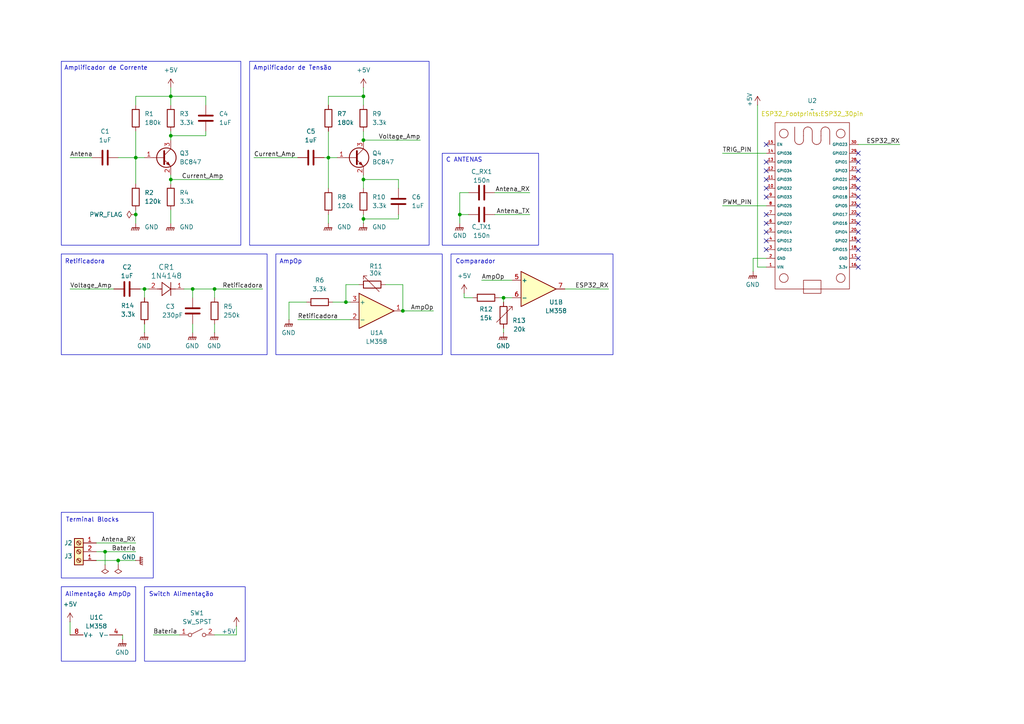
<source format=kicad_sch>
(kicad_sch
	(version 20250114)
	(generator "eeschema")
	(generator_version "9.0")
	(uuid "258068a3-0410-48fa-9268-8c99b51881c9")
	(paper "A4")
	(lib_symbols
		(symbol "1N4148:1N4148"
			(pin_names
				(offset 0.254)
			)
			(exclude_from_sim no)
			(in_bom yes)
			(on_board yes)
			(property "Reference" "CR"
				(at 5.08 4.445 0)
				(effects
					(font
						(size 1.524 1.524)
					)
				)
			)
			(property "Value" "1N4148"
				(at 5.08 -3.81 0)
				(effects
					(font
						(size 1.524 1.524)
					)
				)
			)
			(property "Footprint" "SOD27_NXP"
				(at 0 0 0)
				(effects
					(font
						(size 1.27 1.27)
						(italic yes)
					)
					(hide yes)
				)
			)
			(property "Datasheet" "1N4148"
				(at 0 0 0)
				(effects
					(font
						(size 1.27 1.27)
						(italic yes)
					)
					(hide yes)
				)
			)
			(property "Description" ""
				(at 0 0 0)
				(effects
					(font
						(size 1.27 1.27)
					)
					(hide yes)
				)
			)
			(property "ki_locked" ""
				(at 0 0 0)
				(effects
					(font
						(size 1.27 1.27)
					)
				)
			)
			(property "ki_keywords" "1N4148"
				(at 0 0 0)
				(effects
					(font
						(size 1.27 1.27)
					)
					(hide yes)
				)
			)
			(property "ki_fp_filters" "SOD27_NXP"
				(at 0 0 0)
				(effects
					(font
						(size 1.27 1.27)
					)
					(hide yes)
				)
			)
			(symbol "1N4148_1_1"
				(polyline
					(pts
						(xy 2.54 0) (xy 3.4798 0)
					)
					(stroke
						(width 0.2032)
						(type default)
					)
					(fill
						(type none)
					)
				)
				(polyline
					(pts
						(xy 3.175 0) (xy 3.81 0)
					)
					(stroke
						(width 0.2032)
						(type default)
					)
					(fill
						(type none)
					)
				)
				(polyline
					(pts
						(xy 3.81 1.905) (xy 3.81 -1.905)
					)
					(stroke
						(width 0.2032)
						(type default)
					)
					(fill
						(type none)
					)
				)
				(polyline
					(pts
						(xy 3.81 -1.905) (xy 6.35 0)
					)
					(stroke
						(width 0.2032)
						(type default)
					)
					(fill
						(type none)
					)
				)
				(polyline
					(pts
						(xy 6.35 0) (xy 3.81 1.905)
					)
					(stroke
						(width 0.2032)
						(type default)
					)
					(fill
						(type none)
					)
				)
				(polyline
					(pts
						(xy 6.35 0) (xy 7.62 0)
					)
					(stroke
						(width 0.2032)
						(type default)
					)
					(fill
						(type none)
					)
				)
				(polyline
					(pts
						(xy 6.35 -1.905) (xy 6.35 1.905)
					)
					(stroke
						(width 0.2032)
						(type default)
					)
					(fill
						(type none)
					)
				)
				(pin unspecified line
					(at 0 0 0)
					(length 2.54)
					(name ""
						(effects
							(font
								(size 1.27 1.27)
							)
						)
					)
					(number "2"
						(effects
							(font
								(size 1.27 1.27)
							)
						)
					)
				)
				(pin unspecified line
					(at 10.16 0 180)
					(length 2.54)
					(name ""
						(effects
							(font
								(size 1.27 1.27)
							)
						)
					)
					(number "1"
						(effects
							(font
								(size 1.27 1.27)
							)
						)
					)
				)
			)
			(symbol "1N4148_1_2"
				(polyline
					(pts
						(xy -1.905 3.81) (xy 1.905 3.81)
					)
					(stroke
						(width 0.2032)
						(type default)
					)
					(fill
						(type none)
					)
				)
				(polyline
					(pts
						(xy 0 6.35) (xy -1.905 3.81)
					)
					(stroke
						(width 0.2032)
						(type default)
					)
					(fill
						(type none)
					)
				)
				(polyline
					(pts
						(xy 0 6.35) (xy 0 7.62)
					)
					(stroke
						(width 0.2032)
						(type default)
					)
					(fill
						(type none)
					)
				)
				(polyline
					(pts
						(xy 0 3.175) (xy 0 3.81)
					)
					(stroke
						(width 0.2032)
						(type default)
					)
					(fill
						(type none)
					)
				)
				(polyline
					(pts
						(xy 0 2.54) (xy 0 3.4798)
					)
					(stroke
						(width 0.2032)
						(type default)
					)
					(fill
						(type none)
					)
				)
				(polyline
					(pts
						(xy 1.905 6.35) (xy -1.905 6.35)
					)
					(stroke
						(width 0.2032)
						(type default)
					)
					(fill
						(type none)
					)
				)
				(polyline
					(pts
						(xy 1.905 3.81) (xy 0 6.35)
					)
					(stroke
						(width 0.2032)
						(type default)
					)
					(fill
						(type none)
					)
				)
				(pin unspecified line
					(at 0 10.16 270)
					(length 2.54)
					(name ""
						(effects
							(font
								(size 1.27 1.27)
							)
						)
					)
					(number "1"
						(effects
							(font
								(size 1.27 1.27)
							)
						)
					)
				)
				(pin unspecified line
					(at 0 0 90)
					(length 2.54)
					(name ""
						(effects
							(font
								(size 1.27 1.27)
							)
						)
					)
					(number "2"
						(effects
							(font
								(size 1.27 1.27)
							)
						)
					)
				)
			)
			(embedded_fonts no)
		)
		(symbol "Amplifier_Operational:LM358"
			(pin_names
				(offset 0.127)
			)
			(exclude_from_sim no)
			(in_bom yes)
			(on_board yes)
			(property "Reference" "U"
				(at 0 5.08 0)
				(effects
					(font
						(size 1.27 1.27)
					)
					(justify left)
				)
			)
			(property "Value" "LM358"
				(at 0 -5.08 0)
				(effects
					(font
						(size 1.27 1.27)
					)
					(justify left)
				)
			)
			(property "Footprint" ""
				(at 0 0 0)
				(effects
					(font
						(size 1.27 1.27)
					)
					(hide yes)
				)
			)
			(property "Datasheet" "http://www.ti.com/lit/ds/symlink/lm2904-n.pdf"
				(at 0 0 0)
				(effects
					(font
						(size 1.27 1.27)
					)
					(hide yes)
				)
			)
			(property "Description" "Low-Power, Dual Operational Amplifiers, DIP-8/SOIC-8/TO-99-8"
				(at 0 0 0)
				(effects
					(font
						(size 1.27 1.27)
					)
					(hide yes)
				)
			)
			(property "ki_locked" ""
				(at 0 0 0)
				(effects
					(font
						(size 1.27 1.27)
					)
				)
			)
			(property "ki_keywords" "dual opamp"
				(at 0 0 0)
				(effects
					(font
						(size 1.27 1.27)
					)
					(hide yes)
				)
			)
			(property "ki_fp_filters" "SOIC*3.9x4.9mm*P1.27mm* DIP*W7.62mm* TO*99* OnSemi*Micro8* TSSOP*3x3mm*P0.65mm* TSSOP*4.4x3mm*P0.65mm* MSOP*3x3mm*P0.65mm* SSOP*3.9x4.9mm*P0.635mm* LFCSP*2x2mm*P0.5mm* *SIP* SOIC*5.3x6.2mm*P1.27mm*"
				(at 0 0 0)
				(effects
					(font
						(size 1.27 1.27)
					)
					(hide yes)
				)
			)
			(symbol "LM358_1_1"
				(polyline
					(pts
						(xy -5.08 5.08) (xy 5.08 0) (xy -5.08 -5.08) (xy -5.08 5.08)
					)
					(stroke
						(width 0.254)
						(type default)
					)
					(fill
						(type background)
					)
				)
				(pin input line
					(at -7.62 2.54 0)
					(length 2.54)
					(name "+"
						(effects
							(font
								(size 1.27 1.27)
							)
						)
					)
					(number "3"
						(effects
							(font
								(size 1.27 1.27)
							)
						)
					)
				)
				(pin input line
					(at -7.62 -2.54 0)
					(length 2.54)
					(name "-"
						(effects
							(font
								(size 1.27 1.27)
							)
						)
					)
					(number "2"
						(effects
							(font
								(size 1.27 1.27)
							)
						)
					)
				)
				(pin output line
					(at 7.62 0 180)
					(length 2.54)
					(name "~"
						(effects
							(font
								(size 1.27 1.27)
							)
						)
					)
					(number "1"
						(effects
							(font
								(size 1.27 1.27)
							)
						)
					)
				)
			)
			(symbol "LM358_2_1"
				(polyline
					(pts
						(xy -5.08 5.08) (xy 5.08 0) (xy -5.08 -5.08) (xy -5.08 5.08)
					)
					(stroke
						(width 0.254)
						(type default)
					)
					(fill
						(type background)
					)
				)
				(pin input line
					(at -7.62 2.54 0)
					(length 2.54)
					(name "+"
						(effects
							(font
								(size 1.27 1.27)
							)
						)
					)
					(number "5"
						(effects
							(font
								(size 1.27 1.27)
							)
						)
					)
				)
				(pin input line
					(at -7.62 -2.54 0)
					(length 2.54)
					(name "-"
						(effects
							(font
								(size 1.27 1.27)
							)
						)
					)
					(number "6"
						(effects
							(font
								(size 1.27 1.27)
							)
						)
					)
				)
				(pin output line
					(at 7.62 0 180)
					(length 2.54)
					(name "~"
						(effects
							(font
								(size 1.27 1.27)
							)
						)
					)
					(number "7"
						(effects
							(font
								(size 1.27 1.27)
							)
						)
					)
				)
			)
			(symbol "LM358_3_1"
				(pin power_in line
					(at -2.54 7.62 270)
					(length 3.81)
					(name "V+"
						(effects
							(font
								(size 1.27 1.27)
							)
						)
					)
					(number "8"
						(effects
							(font
								(size 1.27 1.27)
							)
						)
					)
				)
				(pin power_in line
					(at -2.54 -7.62 90)
					(length 3.81)
					(name "V-"
						(effects
							(font
								(size 1.27 1.27)
							)
						)
					)
					(number "4"
						(effects
							(font
								(size 1.27 1.27)
							)
						)
					)
				)
			)
			(embedded_fonts no)
		)
		(symbol "Connector:Screw_Terminal_01x01"
			(pin_names
				(offset 1.016)
				(hide yes)
			)
			(exclude_from_sim no)
			(in_bom yes)
			(on_board yes)
			(property "Reference" "J"
				(at 0 2.54 0)
				(effects
					(font
						(size 1.27 1.27)
					)
				)
			)
			(property "Value" "Screw_Terminal_01x01"
				(at 0 -2.54 0)
				(effects
					(font
						(size 1.27 1.27)
					)
				)
			)
			(property "Footprint" ""
				(at 0 0 0)
				(effects
					(font
						(size 1.27 1.27)
					)
					(hide yes)
				)
			)
			(property "Datasheet" "~"
				(at 0 0 0)
				(effects
					(font
						(size 1.27 1.27)
					)
					(hide yes)
				)
			)
			(property "Description" "Generic screw terminal, single row, 01x01, script generated (kicad-library-utils/schlib/autogen/connector/)"
				(at 0 0 0)
				(effects
					(font
						(size 1.27 1.27)
					)
					(hide yes)
				)
			)
			(property "ki_keywords" "screw terminal"
				(at 0 0 0)
				(effects
					(font
						(size 1.27 1.27)
					)
					(hide yes)
				)
			)
			(property "ki_fp_filters" "TerminalBlock*:*"
				(at 0 0 0)
				(effects
					(font
						(size 1.27 1.27)
					)
					(hide yes)
				)
			)
			(symbol "Screw_Terminal_01x01_1_1"
				(rectangle
					(start -1.27 1.27)
					(end 1.27 -1.27)
					(stroke
						(width 0.254)
						(type default)
					)
					(fill
						(type background)
					)
				)
				(polyline
					(pts
						(xy -0.5334 0.3302) (xy 0.3302 -0.508)
					)
					(stroke
						(width 0.1524)
						(type default)
					)
					(fill
						(type none)
					)
				)
				(polyline
					(pts
						(xy -0.3556 0.508) (xy 0.508 -0.3302)
					)
					(stroke
						(width 0.1524)
						(type default)
					)
					(fill
						(type none)
					)
				)
				(circle
					(center 0 0)
					(radius 0.635)
					(stroke
						(width 0.1524)
						(type default)
					)
					(fill
						(type none)
					)
				)
				(pin passive line
					(at -5.08 0 0)
					(length 3.81)
					(name "Pin_1"
						(effects
							(font
								(size 1.27 1.27)
							)
						)
					)
					(number "1"
						(effects
							(font
								(size 1.27 1.27)
							)
						)
					)
				)
			)
			(embedded_fonts no)
		)
		(symbol "Connector:Screw_Terminal_01x02"
			(pin_names
				(offset 1.016)
				(hide yes)
			)
			(exclude_from_sim no)
			(in_bom yes)
			(on_board yes)
			(property "Reference" "J"
				(at 0 2.54 0)
				(effects
					(font
						(size 1.27 1.27)
					)
				)
			)
			(property "Value" "Screw_Terminal_01x02"
				(at 0 -5.08 0)
				(effects
					(font
						(size 1.27 1.27)
					)
				)
			)
			(property "Footprint" ""
				(at 0 0 0)
				(effects
					(font
						(size 1.27 1.27)
					)
					(hide yes)
				)
			)
			(property "Datasheet" "~"
				(at 0 0 0)
				(effects
					(font
						(size 1.27 1.27)
					)
					(hide yes)
				)
			)
			(property "Description" "Generic screw terminal, single row, 01x02, script generated (kicad-library-utils/schlib/autogen/connector/)"
				(at 0 0 0)
				(effects
					(font
						(size 1.27 1.27)
					)
					(hide yes)
				)
			)
			(property "ki_keywords" "screw terminal"
				(at 0 0 0)
				(effects
					(font
						(size 1.27 1.27)
					)
					(hide yes)
				)
			)
			(property "ki_fp_filters" "TerminalBlock*:*"
				(at 0 0 0)
				(effects
					(font
						(size 1.27 1.27)
					)
					(hide yes)
				)
			)
			(symbol "Screw_Terminal_01x02_1_1"
				(rectangle
					(start -1.27 1.27)
					(end 1.27 -3.81)
					(stroke
						(width 0.254)
						(type default)
					)
					(fill
						(type background)
					)
				)
				(polyline
					(pts
						(xy -0.5334 0.3302) (xy 0.3302 -0.508)
					)
					(stroke
						(width 0.1524)
						(type default)
					)
					(fill
						(type none)
					)
				)
				(polyline
					(pts
						(xy -0.5334 -2.2098) (xy 0.3302 -3.048)
					)
					(stroke
						(width 0.1524)
						(type default)
					)
					(fill
						(type none)
					)
				)
				(polyline
					(pts
						(xy -0.3556 0.508) (xy 0.508 -0.3302)
					)
					(stroke
						(width 0.1524)
						(type default)
					)
					(fill
						(type none)
					)
				)
				(polyline
					(pts
						(xy -0.3556 -2.032) (xy 0.508 -2.8702)
					)
					(stroke
						(width 0.1524)
						(type default)
					)
					(fill
						(type none)
					)
				)
				(circle
					(center 0 0)
					(radius 0.635)
					(stroke
						(width 0.1524)
						(type default)
					)
					(fill
						(type none)
					)
				)
				(circle
					(center 0 -2.54)
					(radius 0.635)
					(stroke
						(width 0.1524)
						(type default)
					)
					(fill
						(type none)
					)
				)
				(pin passive line
					(at -5.08 0 0)
					(length 3.81)
					(name "Pin_1"
						(effects
							(font
								(size 1.27 1.27)
							)
						)
					)
					(number "1"
						(effects
							(font
								(size 1.27 1.27)
							)
						)
					)
				)
				(pin passive line
					(at -5.08 -2.54 0)
					(length 3.81)
					(name "Pin_2"
						(effects
							(font
								(size 1.27 1.27)
							)
						)
					)
					(number "2"
						(effects
							(font
								(size 1.27 1.27)
							)
						)
					)
				)
			)
			(embedded_fonts no)
		)
		(symbol "Device:C"
			(pin_numbers
				(hide yes)
			)
			(pin_names
				(offset 0.254)
			)
			(exclude_from_sim no)
			(in_bom yes)
			(on_board yes)
			(property "Reference" "C"
				(at 0.635 2.54 0)
				(effects
					(font
						(size 1.27 1.27)
					)
					(justify left)
				)
			)
			(property "Value" "C"
				(at 0.635 -2.54 0)
				(effects
					(font
						(size 1.27 1.27)
					)
					(justify left)
				)
			)
			(property "Footprint" ""
				(at 0.9652 -3.81 0)
				(effects
					(font
						(size 1.27 1.27)
					)
					(hide yes)
				)
			)
			(property "Datasheet" "~"
				(at 0 0 0)
				(effects
					(font
						(size 1.27 1.27)
					)
					(hide yes)
				)
			)
			(property "Description" "Unpolarized capacitor"
				(at 0 0 0)
				(effects
					(font
						(size 1.27 1.27)
					)
					(hide yes)
				)
			)
			(property "ki_keywords" "cap capacitor"
				(at 0 0 0)
				(effects
					(font
						(size 1.27 1.27)
					)
					(hide yes)
				)
			)
			(property "ki_fp_filters" "C_*"
				(at 0 0 0)
				(effects
					(font
						(size 1.27 1.27)
					)
					(hide yes)
				)
			)
			(symbol "C_0_1"
				(polyline
					(pts
						(xy -2.032 0.762) (xy 2.032 0.762)
					)
					(stroke
						(width 0.508)
						(type default)
					)
					(fill
						(type none)
					)
				)
				(polyline
					(pts
						(xy -2.032 -0.762) (xy 2.032 -0.762)
					)
					(stroke
						(width 0.508)
						(type default)
					)
					(fill
						(type none)
					)
				)
			)
			(symbol "C_1_1"
				(pin passive line
					(at 0 3.81 270)
					(length 2.794)
					(name "~"
						(effects
							(font
								(size 1.27 1.27)
							)
						)
					)
					(number "1"
						(effects
							(font
								(size 1.27 1.27)
							)
						)
					)
				)
				(pin passive line
					(at 0 -3.81 90)
					(length 2.794)
					(name "~"
						(effects
							(font
								(size 1.27 1.27)
							)
						)
					)
					(number "2"
						(effects
							(font
								(size 1.27 1.27)
							)
						)
					)
				)
			)
			(embedded_fonts no)
		)
		(symbol "Device:R"
			(pin_numbers
				(hide yes)
			)
			(pin_names
				(offset 0)
			)
			(exclude_from_sim no)
			(in_bom yes)
			(on_board yes)
			(property "Reference" "R"
				(at 2.032 0 90)
				(effects
					(font
						(size 1.27 1.27)
					)
				)
			)
			(property "Value" "R"
				(at 0 0 90)
				(effects
					(font
						(size 1.27 1.27)
					)
				)
			)
			(property "Footprint" ""
				(at -1.778 0 90)
				(effects
					(font
						(size 1.27 1.27)
					)
					(hide yes)
				)
			)
			(property "Datasheet" "~"
				(at 0 0 0)
				(effects
					(font
						(size 1.27 1.27)
					)
					(hide yes)
				)
			)
			(property "Description" "Resistor"
				(at 0 0 0)
				(effects
					(font
						(size 1.27 1.27)
					)
					(hide yes)
				)
			)
			(property "ki_keywords" "R res resistor"
				(at 0 0 0)
				(effects
					(font
						(size 1.27 1.27)
					)
					(hide yes)
				)
			)
			(property "ki_fp_filters" "R_*"
				(at 0 0 0)
				(effects
					(font
						(size 1.27 1.27)
					)
					(hide yes)
				)
			)
			(symbol "R_0_1"
				(rectangle
					(start -1.016 -2.54)
					(end 1.016 2.54)
					(stroke
						(width 0.254)
						(type default)
					)
					(fill
						(type none)
					)
				)
			)
			(symbol "R_1_1"
				(pin passive line
					(at 0 3.81 270)
					(length 1.27)
					(name "~"
						(effects
							(font
								(size 1.27 1.27)
							)
						)
					)
					(number "1"
						(effects
							(font
								(size 1.27 1.27)
							)
						)
					)
				)
				(pin passive line
					(at 0 -3.81 90)
					(length 1.27)
					(name "~"
						(effects
							(font
								(size 1.27 1.27)
							)
						)
					)
					(number "2"
						(effects
							(font
								(size 1.27 1.27)
							)
						)
					)
				)
			)
			(embedded_fonts no)
		)
		(symbol "Device:R_Variable"
			(pin_numbers
				(hide yes)
			)
			(pin_names
				(offset 0)
			)
			(exclude_from_sim no)
			(in_bom yes)
			(on_board yes)
			(property "Reference" "R"
				(at 2.54 -2.54 90)
				(effects
					(font
						(size 1.27 1.27)
					)
					(justify left)
				)
			)
			(property "Value" "R_Variable"
				(at -2.54 -1.27 90)
				(effects
					(font
						(size 1.27 1.27)
					)
					(justify left)
				)
			)
			(property "Footprint" ""
				(at -1.778 0 90)
				(effects
					(font
						(size 1.27 1.27)
					)
					(hide yes)
				)
			)
			(property "Datasheet" "~"
				(at 0 0 0)
				(effects
					(font
						(size 1.27 1.27)
					)
					(hide yes)
				)
			)
			(property "Description" "Variable resistor"
				(at 0 0 0)
				(effects
					(font
						(size 1.27 1.27)
					)
					(hide yes)
				)
			)
			(property "ki_keywords" "R res resistor variable potentiometer rheostat"
				(at 0 0 0)
				(effects
					(font
						(size 1.27 1.27)
					)
					(hide yes)
				)
			)
			(property "ki_fp_filters" "R_*"
				(at 0 0 0)
				(effects
					(font
						(size 1.27 1.27)
					)
					(hide yes)
				)
			)
			(symbol "R_Variable_0_1"
				(rectangle
					(start -1.016 -2.54)
					(end 1.016 2.54)
					(stroke
						(width 0.254)
						(type default)
					)
					(fill
						(type none)
					)
				)
				(polyline
					(pts
						(xy 2.54 1.524) (xy 2.54 2.54) (xy 1.524 2.54) (xy 2.54 2.54) (xy -2.032 -2.032)
					)
					(stroke
						(width 0)
						(type default)
					)
					(fill
						(type none)
					)
				)
			)
			(symbol "R_Variable_1_1"
				(pin passive line
					(at 0 3.81 270)
					(length 1.27)
					(name "~"
						(effects
							(font
								(size 1.27 1.27)
							)
						)
					)
					(number "1"
						(effects
							(font
								(size 1.27 1.27)
							)
						)
					)
				)
				(pin passive line
					(at 0 -3.81 90)
					(length 1.27)
					(name "~"
						(effects
							(font
								(size 1.27 1.27)
							)
						)
					)
					(number "2"
						(effects
							(font
								(size 1.27 1.27)
							)
						)
					)
				)
			)
			(embedded_fonts no)
		)
		(symbol "Switch:SW_SPST"
			(pin_names
				(offset 0)
				(hide yes)
			)
			(exclude_from_sim no)
			(in_bom yes)
			(on_board yes)
			(property "Reference" "SW"
				(at 0 3.175 0)
				(effects
					(font
						(size 1.27 1.27)
					)
				)
			)
			(property "Value" "SW_SPST"
				(at 0 -2.54 0)
				(effects
					(font
						(size 1.27 1.27)
					)
				)
			)
			(property "Footprint" ""
				(at 0 0 0)
				(effects
					(font
						(size 1.27 1.27)
					)
					(hide yes)
				)
			)
			(property "Datasheet" "~"
				(at 0 0 0)
				(effects
					(font
						(size 1.27 1.27)
					)
					(hide yes)
				)
			)
			(property "Description" "Single Pole Single Throw (SPST) switch"
				(at 0 0 0)
				(effects
					(font
						(size 1.27 1.27)
					)
					(hide yes)
				)
			)
			(property "ki_keywords" "switch lever"
				(at 0 0 0)
				(effects
					(font
						(size 1.27 1.27)
					)
					(hide yes)
				)
			)
			(symbol "SW_SPST_0_0"
				(circle
					(center -2.032 0)
					(radius 0.508)
					(stroke
						(width 0)
						(type default)
					)
					(fill
						(type none)
					)
				)
				(polyline
					(pts
						(xy -1.524 0.254) (xy 1.524 1.778)
					)
					(stroke
						(width 0)
						(type default)
					)
					(fill
						(type none)
					)
				)
				(circle
					(center 2.032 0)
					(radius 0.508)
					(stroke
						(width 0)
						(type default)
					)
					(fill
						(type none)
					)
				)
			)
			(symbol "SW_SPST_1_1"
				(pin passive line
					(at -5.08 0 0)
					(length 2.54)
					(name "A"
						(effects
							(font
								(size 1.27 1.27)
							)
						)
					)
					(number "1"
						(effects
							(font
								(size 1.27 1.27)
							)
						)
					)
				)
				(pin passive line
					(at 5.08 0 180)
					(length 2.54)
					(name "B"
						(effects
							(font
								(size 1.27 1.27)
							)
						)
					)
					(number "2"
						(effects
							(font
								(size 1.27 1.27)
							)
						)
					)
				)
			)
			(embedded_fonts no)
		)
		(symbol "Transistor_BJT:BC847"
			(pin_names
				(offset 0)
				(hide yes)
			)
			(exclude_from_sim no)
			(in_bom yes)
			(on_board yes)
			(property "Reference" "Q"
				(at 5.08 1.905 0)
				(effects
					(font
						(size 1.27 1.27)
					)
					(justify left)
				)
			)
			(property "Value" "BC847"
				(at 5.08 0 0)
				(effects
					(font
						(size 1.27 1.27)
					)
					(justify left)
				)
			)
			(property "Footprint" "Package_TO_SOT_SMD:SOT-23"
				(at 5.08 -1.905 0)
				(effects
					(font
						(size 1.27 1.27)
						(italic yes)
					)
					(justify left)
					(hide yes)
				)
			)
			(property "Datasheet" "http://www.infineon.com/dgdl/Infineon-BC847SERIES_BC848SERIES_BC849SERIES_BC850SERIES-DS-v01_01-en.pdf?fileId=db3a304314dca389011541d4630a1657"
				(at 0 0 0)
				(effects
					(font
						(size 1.27 1.27)
					)
					(justify left)
					(hide yes)
				)
			)
			(property "Description" "0.1A Ic, 45V Vce, NPN Transistor, SOT-23"
				(at 0 0 0)
				(effects
					(font
						(size 1.27 1.27)
					)
					(hide yes)
				)
			)
			(property "ki_keywords" "NPN Small Signal Transistor"
				(at 0 0 0)
				(effects
					(font
						(size 1.27 1.27)
					)
					(hide yes)
				)
			)
			(property "ki_fp_filters" "SOT?23*"
				(at 0 0 0)
				(effects
					(font
						(size 1.27 1.27)
					)
					(hide yes)
				)
			)
			(symbol "BC847_0_1"
				(polyline
					(pts
						(xy -2.54 0) (xy 0.635 0)
					)
					(stroke
						(width 0)
						(type default)
					)
					(fill
						(type none)
					)
				)
				(polyline
					(pts
						(xy 0.635 1.905) (xy 0.635 -1.905)
					)
					(stroke
						(width 0.508)
						(type default)
					)
					(fill
						(type none)
					)
				)
				(circle
					(center 1.27 0)
					(radius 2.8194)
					(stroke
						(width 0.254)
						(type default)
					)
					(fill
						(type none)
					)
				)
			)
			(symbol "BC847_1_1"
				(polyline
					(pts
						(xy 0.635 0.635) (xy 2.54 2.54)
					)
					(stroke
						(width 0)
						(type default)
					)
					(fill
						(type none)
					)
				)
				(polyline
					(pts
						(xy 0.635 -0.635) (xy 2.54 -2.54)
					)
					(stroke
						(width 0)
						(type default)
					)
					(fill
						(type none)
					)
				)
				(polyline
					(pts
						(xy 1.27 -1.778) (xy 1.778 -1.27) (xy 2.286 -2.286) (xy 1.27 -1.778)
					)
					(stroke
						(width 0)
						(type default)
					)
					(fill
						(type outline)
					)
				)
				(pin input line
					(at -5.08 0 0)
					(length 2.54)
					(name "B"
						(effects
							(font
								(size 1.27 1.27)
							)
						)
					)
					(number "1"
						(effects
							(font
								(size 1.27 1.27)
							)
						)
					)
				)
				(pin passive line
					(at 2.54 5.08 270)
					(length 2.54)
					(name "C"
						(effects
							(font
								(size 1.27 1.27)
							)
						)
					)
					(number "3"
						(effects
							(font
								(size 1.27 1.27)
							)
						)
					)
				)
				(pin passive line
					(at 2.54 -5.08 90)
					(length 2.54)
					(name "E"
						(effects
							(font
								(size 1.27 1.27)
							)
						)
					)
					(number "2"
						(effects
							(font
								(size 1.27 1.27)
							)
						)
					)
				)
			)
			(embedded_fonts no)
		)
		(symbol "esp32_30pin:ESP32_30Pin"
			(exclude_from_sim no)
			(in_bom yes)
			(on_board yes)
			(property "Reference" "U"
				(at 0 0 0)
				(effects
					(font
						(size 1.27 1.27)
					)
				)
			)
			(property "Value" ""
				(at 0 0 0)
				(effects
					(font
						(size 1.27 1.27)
					)
				)
			)
			(property "Footprint" "ESP32_30pin"
				(at 0 -2.54 0)
				(effects
					(font
						(size 1.27 1.27)
						(color 194 194 0 1)
					)
				)
			)
			(property "Datasheet" ""
				(at 0 0 0)
				(effects
					(font
						(size 1.27 1.27)
					)
					(hide yes)
				)
			)
			(property "Description" ""
				(at 0 0 0)
				(effects
					(font
						(size 1.27 1.27)
					)
					(hide yes)
				)
			)
			(symbol "ESP32_30Pin_0_1"
				(rectangle
					(start -24.13 10.795)
					(end 24.13 -10.795)
					(stroke
						(width 0)
						(type default)
					)
					(fill
						(type none)
					)
				)
				(polyline
					(pts
						(xy -21.59 5.08) (xy -20.32 5.08)
					)
					(stroke
						(width 0)
						(type default)
					)
					(fill
						(type none)
					)
				)
				(polyline
					(pts
						(xy -21.59 2.54) (xy -20.32 2.54)
					)
					(stroke
						(width 0)
						(type default)
					)
					(fill
						(type none)
					)
				)
				(polyline
					(pts
						(xy -21.59 0) (xy -20.32 0)
					)
					(stroke
						(width 0)
						(type default)
					)
					(fill
						(type none)
					)
				)
				(polyline
					(pts
						(xy -21.59 -2.54) (xy -20.32 -2.54)
					)
					(stroke
						(width 0)
						(type default)
					)
					(fill
						(type none)
					)
				)
				(arc
					(start -21.5975 2.5325)
					(mid -22.4933 2.9067)
					(end -22.8675 3.8025)
					(stroke
						(width 0)
						(type default)
					)
					(fill
						(type none)
					)
				)
				(arc
					(start -21.5975 -2.5475)
					(mid -22.4933 -2.1733)
					(end -22.8675 -1.2775)
					(stroke
						(width 0)
						(type default)
					)
					(fill
						(type none)
					)
				)
				(arc
					(start -22.86 3.81)
					(mid -22.4873 4.7073)
					(end -21.59 5.08)
					(stroke
						(width 0)
						(type default)
					)
					(fill
						(type none)
					)
				)
				(arc
					(start -22.86 -1.27)
					(mid -22.4873 -0.3727)
					(end -21.59 0)
					(stroke
						(width 0)
						(type default)
					)
					(fill
						(type none)
					)
				)
				(circle
					(center -20.955 8.255)
					(radius 1.27)
					(stroke
						(width 0)
						(type default)
					)
					(fill
						(type none)
					)
				)
				(circle
					(center -20.955 -8.255)
					(radius 1.27)
					(stroke
						(width 0)
						(type default)
					)
					(fill
						(type none)
					)
				)
				(polyline
					(pts
						(xy -20.32 5.08) (xy -17.78 5.08)
					)
					(stroke
						(width 0)
						(type default)
					)
					(fill
						(type none)
					)
				)
				(polyline
					(pts
						(xy -20.32 -5.08) (xy -22.86 -5.08)
					)
					(stroke
						(width 0)
						(type default)
					)
					(fill
						(type none)
					)
				)
				(arc
					(start -17.7775 1.2675)
					(mid -18.1502 0.3702)
					(end -19.0475 -0.0025)
					(stroke
						(width 0)
						(type default)
					)
					(fill
						(type none)
					)
				)
				(arc
					(start -17.7775 -3.8125)
					(mid -18.1502 -4.7098)
					(end -19.0475 -5.0825)
					(stroke
						(width 0)
						(type default)
					)
					(fill
						(type none)
					)
				)
				(arc
					(start -19.04 2.545)
					(mid -18.1442 2.1708)
					(end -17.77 1.275)
					(stroke
						(width 0)
						(type default)
					)
					(fill
						(type none)
					)
				)
				(arc
					(start -19.04 -2.535)
					(mid -18.1442 -2.9092)
					(end -17.77 -3.805)
					(stroke
						(width 0)
						(type default)
					)
					(fill
						(type none)
					)
				)
				(polyline
					(pts
						(xy -19.0475 2.5375) (xy -20.3175 2.5375)
					)
					(stroke
						(width 0)
						(type default)
					)
					(fill
						(type none)
					)
				)
				(polyline
					(pts
						(xy -19.0475 -0.0025) (xy -20.3175 -0.0025)
					)
					(stroke
						(width 0)
						(type default)
					)
					(fill
						(type none)
					)
				)
				(polyline
					(pts
						(xy -19.0475 -2.5425) (xy -20.3175 -2.5425)
					)
					(stroke
						(width 0)
						(type default)
					)
					(fill
						(type none)
					)
				)
				(polyline
					(pts
						(xy -19.0475 -5.0825) (xy -20.3175 -5.0825)
					)
					(stroke
						(width 0)
						(type default)
					)
					(fill
						(type none)
					)
				)
				(circle
					(center 20.955 8.255)
					(radius 1.27)
					(stroke
						(width 0)
						(type default)
					)
					(fill
						(type none)
					)
				)
				(circle
					(center 20.955 -8.255)
					(radius 1.27)
					(stroke
						(width 0)
						(type default)
					)
					(fill
						(type none)
					)
				)
				(rectangle
					(start 21.59 2.54)
					(end 25.4 -2.54)
					(stroke
						(width 0)
						(type default)
					)
					(fill
						(type none)
					)
				)
			)
			(symbol "ESP32_30Pin_1_1"
				(pin bidirectional line
					(at -17.78 13.335 270)
					(length 2.54)
					(name "GPIO23"
						(effects
							(font
								(size 0.7874 0.7874)
							)
						)
					)
					(number "30"
						(effects
							(font
								(size 0.7874 0.7874)
							)
						)
					)
				)
				(pin bidirectional line
					(at -17.78 -13.335 90)
					(length 2.54)
					(name "EN"
						(effects
							(font
								(size 0.7874 0.7874)
							)
						)
					)
					(number "15"
						(effects
							(font
								(size 0.7874 0.7874)
							)
						)
					)
				)
				(pin bidirectional line
					(at -15.24 13.335 270)
					(length 2.54)
					(name "GPIO22"
						(effects
							(font
								(size 0.7874 0.7874)
							)
						)
					)
					(number "29"
						(effects
							(font
								(size 0.7874 0.7874)
							)
						)
					)
				)
				(pin bidirectional line
					(at -15.24 -13.335 90)
					(length 2.54)
					(name "GPIO36"
						(effects
							(font
								(size 0.7874 0.7874)
							)
						)
					)
					(number "14"
						(effects
							(font
								(size 0.7874 0.7874)
							)
						)
					)
				)
				(pin bidirectional line
					(at -12.7 13.335 270)
					(length 2.54)
					(name "GPIO1"
						(effects
							(font
								(size 0.7874 0.7874)
							)
						)
					)
					(number "28"
						(effects
							(font
								(size 0.7874 0.7874)
							)
						)
					)
				)
				(pin bidirectional line
					(at -12.7 -13.335 90)
					(length 2.54)
					(name "GPIO39"
						(effects
							(font
								(size 0.7874 0.7874)
							)
						)
					)
					(number "13"
						(effects
							(font
								(size 0.7874 0.7874)
							)
						)
					)
				)
				(pin bidirectional line
					(at -10.16 13.335 270)
					(length 2.54)
					(name "GPIO3"
						(effects
							(font
								(size 0.7874 0.7874)
							)
						)
					)
					(number "27"
						(effects
							(font
								(size 0.7874 0.7874)
							)
						)
					)
				)
				(pin bidirectional line
					(at -10.16 -13.335 90)
					(length 2.54)
					(name "GPIO34"
						(effects
							(font
								(size 0.7874 0.7874)
							)
						)
					)
					(number "12"
						(effects
							(font
								(size 0.7874 0.7874)
							)
						)
					)
				)
				(pin bidirectional line
					(at -7.62 13.335 270)
					(length 2.54)
					(name "GPIO21"
						(effects
							(font
								(size 0.7874 0.7874)
							)
						)
					)
					(number "26"
						(effects
							(font
								(size 0.7874 0.7874)
							)
						)
					)
				)
				(pin bidirectional line
					(at -7.62 -13.335 90)
					(length 2.54)
					(name "GPIO35"
						(effects
							(font
								(size 0.7874 0.7874)
							)
						)
					)
					(number "11"
						(effects
							(font
								(size 0.7874 0.7874)
							)
						)
					)
				)
				(pin bidirectional line
					(at -5.08 13.335 270)
					(length 2.54)
					(name "GPIO19"
						(effects
							(font
								(size 0.7874 0.7874)
							)
						)
					)
					(number "25"
						(effects
							(font
								(size 0.7874 0.7874)
							)
						)
					)
				)
				(pin bidirectional line
					(at -5.08 -13.335 90)
					(length 2.54)
					(name "GPIO32"
						(effects
							(font
								(size 0.7874 0.7874)
							)
						)
					)
					(number "10"
						(effects
							(font
								(size 0.7874 0.7874)
							)
						)
					)
				)
				(pin bidirectional line
					(at -2.54 13.335 270)
					(length 2.54)
					(name "GPIO18"
						(effects
							(font
								(size 0.7874 0.7874)
							)
						)
					)
					(number "24"
						(effects
							(font
								(size 0.7874 0.7874)
							)
						)
					)
				)
				(pin bidirectional line
					(at -2.54 -13.335 90)
					(length 2.54)
					(name "GPIO33"
						(effects
							(font
								(size 0.7874 0.7874)
							)
						)
					)
					(number "9"
						(effects
							(font
								(size 0.7874 0.7874)
							)
						)
					)
				)
				(pin bidirectional line
					(at 0 13.335 270)
					(length 2.54)
					(name "GPIO5"
						(effects
							(font
								(size 0.7874 0.7874)
							)
						)
					)
					(number "23"
						(effects
							(font
								(size 0.7874 0.7874)
							)
						)
					)
				)
				(pin bidirectional line
					(at 0 -13.335 90)
					(length 2.54)
					(name "GPIO25"
						(effects
							(font
								(size 0.7874 0.7874)
							)
						)
					)
					(number "8"
						(effects
							(font
								(size 0.7874 0.7874)
							)
						)
					)
				)
				(pin bidirectional line
					(at 2.54 13.335 270)
					(length 2.54)
					(name "GPIO17"
						(effects
							(font
								(size 0.7874 0.7874)
							)
						)
					)
					(number "22"
						(effects
							(font
								(size 0.7874 0.7874)
							)
						)
					)
				)
				(pin bidirectional line
					(at 2.54 -13.335 90)
					(length 2.54)
					(name "GPIO26"
						(effects
							(font
								(size 0.7874 0.7874)
							)
						)
					)
					(number "7"
						(effects
							(font
								(size 0.7874 0.7874)
							)
						)
					)
				)
				(pin bidirectional line
					(at 5.08 13.335 270)
					(length 2.54)
					(name "GPIO16"
						(effects
							(font
								(size 0.7874 0.7874)
							)
						)
					)
					(number "21"
						(effects
							(font
								(size 0.7874 0.7874)
							)
						)
					)
				)
				(pin bidirectional line
					(at 5.08 -13.335 90)
					(length 2.54)
					(name "GPIO27"
						(effects
							(font
								(size 0.7874 0.7874)
							)
						)
					)
					(number "6"
						(effects
							(font
								(size 0.7874 0.7874)
							)
						)
					)
				)
				(pin bidirectional line
					(at 7.62 13.335 270)
					(length 2.54)
					(name "GPIO4"
						(effects
							(font
								(size 0.7874 0.7874)
							)
						)
					)
					(number "20"
						(effects
							(font
								(size 0.7874 0.7874)
							)
						)
					)
				)
				(pin bidirectional line
					(at 7.62 -13.335 90)
					(length 2.54)
					(name "GPIO14"
						(effects
							(font
								(size 0.7874 0.7874)
							)
						)
					)
					(number "5"
						(effects
							(font
								(size 0.7874 0.7874)
							)
						)
					)
				)
				(pin bidirectional line
					(at 10.16 13.335 270)
					(length 2.54)
					(name "GPIO2"
						(effects
							(font
								(size 0.7874 0.7874)
							)
						)
					)
					(number "19"
						(effects
							(font
								(size 0.7874 0.7874)
							)
						)
					)
				)
				(pin bidirectional line
					(at 10.16 -13.335 90)
					(length 2.54)
					(name "GPIO12"
						(effects
							(font
								(size 0.7874 0.7874)
							)
						)
					)
					(number "4"
						(effects
							(font
								(size 0.7874 0.7874)
							)
						)
					)
				)
				(pin bidirectional line
					(at 12.7 13.335 270)
					(length 2.54)
					(name "GPIO15"
						(effects
							(font
								(size 0.7874 0.7874)
							)
						)
					)
					(number "18"
						(effects
							(font
								(size 0.7874 0.7874)
							)
						)
					)
				)
				(pin bidirectional line
					(at 12.7 -13.335 90)
					(length 2.54)
					(name "GPIO13"
						(effects
							(font
								(size 0.7874 0.7874)
							)
						)
					)
					(number "3"
						(effects
							(font
								(size 0.7874 0.7874)
							)
						)
					)
				)
				(pin power_in line
					(at 15.24 13.335 270)
					(length 2.54)
					(name "GND"
						(effects
							(font
								(size 0.7874 0.7874)
							)
						)
					)
					(number "17"
						(effects
							(font
								(size 0.7874 0.7874)
							)
						)
					)
				)
				(pin bidirectional line
					(at 15.24 -13.335 90)
					(length 2.54)
					(name "GND"
						(effects
							(font
								(size 0.7874 0.7874)
							)
						)
					)
					(number "2"
						(effects
							(font
								(size 0.7874 0.7874)
							)
						)
					)
				)
				(pin output line
					(at 17.78 13.335 270)
					(length 2.54)
					(name "3.3v"
						(effects
							(font
								(size 0.7874 0.7874)
							)
						)
					)
					(number "16"
						(effects
							(font
								(size 0.7874 0.7874)
							)
						)
					)
				)
				(pin power_out line
					(at 17.78 -13.335 90)
					(length 2.54)
					(name "VIN"
						(effects
							(font
								(size 0.7874 0.7874)
							)
						)
					)
					(number "1"
						(effects
							(font
								(size 0.7874 0.7874)
							)
						)
					)
				)
			)
			(embedded_fonts no)
		)
		(symbol "power:+5V"
			(power)
			(pin_numbers
				(hide yes)
			)
			(pin_names
				(offset 0)
				(hide yes)
			)
			(exclude_from_sim no)
			(in_bom yes)
			(on_board yes)
			(property "Reference" "#PWR"
				(at 0 -3.81 0)
				(effects
					(font
						(size 1.27 1.27)
					)
					(hide yes)
				)
			)
			(property "Value" "+5V"
				(at 0 3.556 0)
				(effects
					(font
						(size 1.27 1.27)
					)
				)
			)
			(property "Footprint" ""
				(at 0 0 0)
				(effects
					(font
						(size 1.27 1.27)
					)
					(hide yes)
				)
			)
			(property "Datasheet" ""
				(at 0 0 0)
				(effects
					(font
						(size 1.27 1.27)
					)
					(hide yes)
				)
			)
			(property "Description" "Power symbol creates a global label with name \"+5V\""
				(at 0 0 0)
				(effects
					(font
						(size 1.27 1.27)
					)
					(hide yes)
				)
			)
			(property "ki_keywords" "global power"
				(at 0 0 0)
				(effects
					(font
						(size 1.27 1.27)
					)
					(hide yes)
				)
			)
			(symbol "+5V_0_1"
				(polyline
					(pts
						(xy -0.762 1.27) (xy 0 2.54)
					)
					(stroke
						(width 0)
						(type default)
					)
					(fill
						(type none)
					)
				)
				(polyline
					(pts
						(xy 0 2.54) (xy 0.762 1.27)
					)
					(stroke
						(width 0)
						(type default)
					)
					(fill
						(type none)
					)
				)
				(polyline
					(pts
						(xy 0 0) (xy 0 2.54)
					)
					(stroke
						(width 0)
						(type default)
					)
					(fill
						(type none)
					)
				)
			)
			(symbol "+5V_1_1"
				(pin power_in line
					(at 0 0 90)
					(length 0)
					(name "~"
						(effects
							(font
								(size 1.27 1.27)
							)
						)
					)
					(number "1"
						(effects
							(font
								(size 1.27 1.27)
							)
						)
					)
				)
			)
			(embedded_fonts no)
		)
		(symbol "power:GNDPWR"
			(power)
			(pin_numbers
				(hide yes)
			)
			(pin_names
				(offset 0)
				(hide yes)
			)
			(exclude_from_sim no)
			(in_bom yes)
			(on_board yes)
			(property "Reference" "#PWR"
				(at 0 -5.08 0)
				(effects
					(font
						(size 1.27 1.27)
					)
					(hide yes)
				)
			)
			(property "Value" "GNDPWR"
				(at 0 -3.302 0)
				(effects
					(font
						(size 1.27 1.27)
					)
				)
			)
			(property "Footprint" ""
				(at 0 -1.27 0)
				(effects
					(font
						(size 1.27 1.27)
					)
					(hide yes)
				)
			)
			(property "Datasheet" ""
				(at 0 -1.27 0)
				(effects
					(font
						(size 1.27 1.27)
					)
					(hide yes)
				)
			)
			(property "Description" "Power symbol creates a global label with name \"GNDPWR\" , global ground"
				(at 0 0 0)
				(effects
					(font
						(size 1.27 1.27)
					)
					(hide yes)
				)
			)
			(property "ki_keywords" "global ground"
				(at 0 0 0)
				(effects
					(font
						(size 1.27 1.27)
					)
					(hide yes)
				)
			)
			(symbol "GNDPWR_0_1"
				(polyline
					(pts
						(xy -1.016 -1.27) (xy -1.27 -2.032) (xy -1.27 -2.032)
					)
					(stroke
						(width 0.2032)
						(type default)
					)
					(fill
						(type none)
					)
				)
				(polyline
					(pts
						(xy -0.508 -1.27) (xy -0.762 -2.032) (xy -0.762 -2.032)
					)
					(stroke
						(width 0.2032)
						(type default)
					)
					(fill
						(type none)
					)
				)
				(polyline
					(pts
						(xy 0 -1.27) (xy 0 0)
					)
					(stroke
						(width 0)
						(type default)
					)
					(fill
						(type none)
					)
				)
				(polyline
					(pts
						(xy 0 -1.27) (xy -0.254 -2.032) (xy -0.254 -2.032)
					)
					(stroke
						(width 0.2032)
						(type default)
					)
					(fill
						(type none)
					)
				)
				(polyline
					(pts
						(xy 0.508 -1.27) (xy 0.254 -2.032) (xy 0.254 -2.032)
					)
					(stroke
						(width 0.2032)
						(type default)
					)
					(fill
						(type none)
					)
				)
				(polyline
					(pts
						(xy 1.016 -1.27) (xy -1.016 -1.27) (xy -1.016 -1.27)
					)
					(stroke
						(width 0.2032)
						(type default)
					)
					(fill
						(type none)
					)
				)
				(polyline
					(pts
						(xy 1.016 -1.27) (xy 0.762 -2.032) (xy 0.762 -2.032) (xy 0.762 -2.032)
					)
					(stroke
						(width 0.2032)
						(type default)
					)
					(fill
						(type none)
					)
				)
			)
			(symbol "GNDPWR_1_1"
				(pin power_in line
					(at 0 0 270)
					(length 0)
					(name "~"
						(effects
							(font
								(size 1.27 1.27)
							)
						)
					)
					(number "1"
						(effects
							(font
								(size 1.27 1.27)
							)
						)
					)
				)
			)
			(embedded_fonts no)
		)
		(symbol "power:PWR_FLAG"
			(power)
			(pin_numbers
				(hide yes)
			)
			(pin_names
				(offset 0)
				(hide yes)
			)
			(exclude_from_sim no)
			(in_bom yes)
			(on_board yes)
			(property "Reference" "#FLG"
				(at 0 1.905 0)
				(effects
					(font
						(size 1.27 1.27)
					)
					(hide yes)
				)
			)
			(property "Value" "PWR_FLAG"
				(at 0 3.81 0)
				(effects
					(font
						(size 1.27 1.27)
					)
				)
			)
			(property "Footprint" ""
				(at 0 0 0)
				(effects
					(font
						(size 1.27 1.27)
					)
					(hide yes)
				)
			)
			(property "Datasheet" "~"
				(at 0 0 0)
				(effects
					(font
						(size 1.27 1.27)
					)
					(hide yes)
				)
			)
			(property "Description" "Special symbol for telling ERC where power comes from"
				(at 0 0 0)
				(effects
					(font
						(size 1.27 1.27)
					)
					(hide yes)
				)
			)
			(property "ki_keywords" "flag power"
				(at 0 0 0)
				(effects
					(font
						(size 1.27 1.27)
					)
					(hide yes)
				)
			)
			(symbol "PWR_FLAG_0_0"
				(pin power_out line
					(at 0 0 90)
					(length 0)
					(name "~"
						(effects
							(font
								(size 1.27 1.27)
							)
						)
					)
					(number "1"
						(effects
							(font
								(size 1.27 1.27)
							)
						)
					)
				)
			)
			(symbol "PWR_FLAG_0_1"
				(polyline
					(pts
						(xy 0 0) (xy 0 1.27) (xy -1.016 1.905) (xy 0 2.54) (xy 1.016 1.905) (xy 0 1.27)
					)
					(stroke
						(width 0)
						(type default)
					)
					(fill
						(type none)
					)
				)
			)
			(embedded_fonts no)
		)
	)
	(rectangle
		(start 17.78 148.59)
		(end 44.45 167.64)
		(stroke
			(width 0)
			(type default)
		)
		(fill
			(type none)
		)
		(uuid 42122783-b088-449e-aeb3-e1092520faad)
	)
	(rectangle
		(start 72.39 17.78)
		(end 124.46 71.12)
		(stroke
			(width 0)
			(type default)
		)
		(fill
			(type none)
		)
		(uuid 4742c74d-31c8-469f-a7e9-a8c48a18774a)
	)
	(rectangle
		(start 17.78 73.66)
		(end 77.47 102.87)
		(stroke
			(width 0)
			(type default)
		)
		(fill
			(type none)
		)
		(uuid 474a6ac5-c8fe-441e-92d4-1b2e98662e2f)
	)
	(rectangle
		(start 130.81 73.66)
		(end 177.8 102.87)
		(stroke
			(width 0)
			(type default)
		)
		(fill
			(type none)
		)
		(uuid 6b67328e-b3a5-41b8-91b3-a017175874ed)
	)
	(rectangle
		(start 41.91 170.18)
		(end 71.12 191.77)
		(stroke
			(width 0)
			(type default)
		)
		(fill
			(type none)
		)
		(uuid 8292fce7-9a59-441b-82f8-cd06b5fef8e0)
	)
	(rectangle
		(start 128.27 44.45)
		(end 156.21 71.12)
		(stroke
			(width 0)
			(type default)
		)
		(fill
			(type none)
		)
		(uuid 936cdc85-cf08-41c5-a451-12fd1aeac2ca)
	)
	(rectangle
		(start 80.01 73.66)
		(end 128.27 102.87)
		(stroke
			(width 0)
			(type default)
		)
		(fill
			(type none)
		)
		(uuid 94da826b-1e17-43ea-b4ba-ef655f623995)
	)
	(rectangle
		(start 17.78 170.18)
		(end 39.37 191.77)
		(stroke
			(width 0)
			(type default)
		)
		(fill
			(type none)
		)
		(uuid 9b4e634f-ffde-4eb3-818d-5c673d90cf84)
	)
	(rectangle
		(start 17.78 17.78)
		(end 69.85 71.12)
		(stroke
			(width 0)
			(type default)
		)
		(fill
			(type none)
		)
		(uuid b0380f5b-ed77-4325-8f3d-8e2a1f4f3d0f)
	)
	(text "Amplificador de Corrente\n"
		(exclude_from_sim no)
		(at 30.734 19.812 0)
		(effects
			(font
				(size 1.27 1.27)
			)
		)
		(uuid "0a4f989c-042c-41e9-8878-91b77f2341f0")
	)
	(text "Terminal Blocks\n"
		(exclude_from_sim no)
		(at 19.05 150.876 0)
		(effects
			(font
				(size 1.27 1.27)
			)
			(justify left)
		)
		(uuid "3fe913a4-d516-45f6-972c-c02e5ae742ed")
	)
	(text "Alimentação AmpOp\n"
		(exclude_from_sim no)
		(at 28.448 172.466 0)
		(effects
			(font
				(size 1.27 1.27)
			)
		)
		(uuid "403c1aaa-00db-4afb-9393-9dede46a4750")
	)
	(text "Switch Alimentação\n"
		(exclude_from_sim no)
		(at 52.578 172.466 0)
		(effects
			(font
				(size 1.27 1.27)
			)
		)
		(uuid "676ad969-5804-4817-adcf-7690543eeb6c")
	)
	(text "Retificadora"
		(exclude_from_sim no)
		(at 24.638 75.946 0)
		(effects
			(font
				(size 1.27 1.27)
			)
		)
		(uuid "82e656f3-bc30-4d3f-ba40-0aeab2255f0f")
	)
	(text "AmpOp\n"
		(exclude_from_sim no)
		(at 84.328 75.946 0)
		(effects
			(font
				(size 1.27 1.27)
			)
		)
		(uuid "96edb15a-cdcc-43c3-bc21-9c67485ae2b0")
	)
	(text "C ANTENAS\n\n"
		(exclude_from_sim no)
		(at 134.62 47.498 0)
		(effects
			(font
				(size 1.27 1.27)
			)
		)
		(uuid "a64330b5-3d83-4421-af59-68cd0e9c40e6")
	)
	(text "Amplificador de Tensão\n\n"
		(exclude_from_sim no)
		(at 84.836 20.828 0)
		(effects
			(font
				(size 1.27 1.27)
			)
		)
		(uuid "af50aa6b-e7ae-4455-9dcb-42a642f6c69f")
	)
	(text "Comparador"
		(exclude_from_sim no)
		(at 132.08 75.946 0)
		(effects
			(font
				(size 1.27 1.27)
			)
			(justify left)
		)
		(uuid "e0e10e28-f42a-4717-bdfa-71807971f852")
	)
	(junction
		(at 30.48 160.02)
		(diameter 0)
		(color 0 0 0 0)
		(uuid "21967586-7e11-4464-9271-853daa301d76")
	)
	(junction
		(at 49.53 39.37)
		(diameter 0)
		(color 0 0 0 0)
		(uuid "2348feb4-0709-43f1-88fc-4e237b9a27b0")
	)
	(junction
		(at 105.41 63.5)
		(diameter 0)
		(color 0 0 0 0)
		(uuid "28fac1fd-73fd-4622-9edb-244475e1e63c")
	)
	(junction
		(at 146.05 86.36)
		(diameter 0)
		(color 0 0 0 0)
		(uuid "37d61f92-a7af-400c-86d6-f9f4df2436d2")
	)
	(junction
		(at 116.84 90.17)
		(diameter 0)
		(color 0 0 0 0)
		(uuid "41545c32-6a21-432e-b2d4-a35d4de424f5")
	)
	(junction
		(at 95.25 45.72)
		(diameter 0)
		(color 0 0 0 0)
		(uuid "4398e158-4b5b-402a-8c37-cf9a82d5c1f5")
	)
	(junction
		(at 62.23 83.82)
		(diameter 0)
		(color 0 0 0 0)
		(uuid "5e9c8a7e-6a35-45bc-a7b3-38c283a5dbec")
	)
	(junction
		(at 105.41 27.94)
		(diameter 0)
		(color 0 0 0 0)
		(uuid "681b9f5c-a9a5-42f6-b470-c674a5ee21ef")
	)
	(junction
		(at 55.88 83.82)
		(diameter 0)
		(color 0 0 0 0)
		(uuid "697cb796-701f-4b35-9d10-9d62e54d211e")
	)
	(junction
		(at 34.29 162.56)
		(diameter 0)
		(color 0 0 0 0)
		(uuid "6ff2fd2d-a8ee-4ed9-b505-664e839c9a47")
	)
	(junction
		(at 105.41 52.07)
		(diameter 0)
		(color 0 0 0 0)
		(uuid "75817221-ba46-4bf5-b4c3-e318f8f82283")
	)
	(junction
		(at 133.35 62.23)
		(diameter 0)
		(color 0 0 0 0)
		(uuid "7fb820a7-090f-4290-b1b6-566fd071ccf9")
	)
	(junction
		(at 49.53 27.94)
		(diameter 0)
		(color 0 0 0 0)
		(uuid "8588aa82-71f8-405a-9744-6282a541a83a")
	)
	(junction
		(at 39.37 62.23)
		(diameter 0)
		(color 0 0 0 0)
		(uuid "ac9ad91b-d84a-4e35-ad8e-c8bdac2a7cdd")
	)
	(junction
		(at 105.41 40.64)
		(diameter 0)
		(color 0 0 0 0)
		(uuid "addee5dc-ff0a-46a4-a3d4-9714d5054cd6")
	)
	(junction
		(at 49.53 52.07)
		(diameter 0)
		(color 0 0 0 0)
		(uuid "dc255399-c8c0-4a9c-823a-c5fd4f7037fe")
	)
	(junction
		(at 100.33 87.63)
		(diameter 0)
		(color 0 0 0 0)
		(uuid "e3fd79b1-4c8f-4c6e-923c-6bfc5d63a1a9")
	)
	(junction
		(at 41.91 83.82)
		(diameter 0)
		(color 0 0 0 0)
		(uuid "ed0084de-b407-48c8-8186-45690d864bb3")
	)
	(junction
		(at 39.37 45.72)
		(diameter 0)
		(color 0 0 0 0)
		(uuid "f863ca4b-8050-4841-993f-378782e5f794")
	)
	(no_connect
		(at 222.25 57.15)
		(uuid "0856c914-8853-4c24-b696-4680ed34af9c")
	)
	(no_connect
		(at 248.92 46.99)
		(uuid "1d59ae90-b5dd-4296-b28c-bbf02f0aec57")
	)
	(no_connect
		(at 248.92 54.61)
		(uuid "46bcf399-9c3d-49e0-9a5b-1ec711031b49")
	)
	(no_connect
		(at 248.92 49.53)
		(uuid "66aee779-def0-4bac-ad1a-0bfdc055c71b")
	)
	(no_connect
		(at 248.92 77.47)
		(uuid "6af896ea-7386-4851-8f21-0ebd89d5a3f5")
	)
	(no_connect
		(at 248.92 57.15)
		(uuid "736cbeb8-4037-48be-8562-0272dae84f75")
	)
	(no_connect
		(at 222.25 69.85)
		(uuid "7c5e34d9-5dd7-4bc4-8e70-7e19c1ec1466")
	)
	(no_connect
		(at 248.92 69.85)
		(uuid "7ff21889-c0ce-4ef2-b20a-73be115b05ae")
	)
	(no_connect
		(at 222.25 62.23)
		(uuid "84dea535-93c7-47e4-a3ae-8cbe075e62e9")
	)
	(no_connect
		(at 222.25 67.31)
		(uuid "9d3b259e-450a-4946-8de6-9f00e8cbba5e")
	)
	(no_connect
		(at 248.92 64.77)
		(uuid "9e48a4c8-6799-42a8-957b-dea69da21a21")
	)
	(no_connect
		(at 222.25 49.53)
		(uuid "a5ae58bf-99e3-4601-8333-c73fad8734b1")
	)
	(no_connect
		(at 248.92 67.31)
		(uuid "a92c86eb-fbcb-4ee9-bed9-3beaad1a5d80")
	)
	(no_connect
		(at 222.25 54.61)
		(uuid "aecaa80b-62ce-4c09-996c-b84db07c1303")
	)
	(no_connect
		(at 248.92 72.39)
		(uuid "b1a872b1-2333-439d-b471-4ed38d276931")
	)
	(no_connect
		(at 248.92 74.93)
		(uuid "b35100b0-937c-4903-b0c9-8c21093b2eca")
	)
	(no_connect
		(at 222.25 72.39)
		(uuid "b9083899-fe13-44ba-9a31-79e068750dce")
	)
	(no_connect
		(at 222.25 41.91)
		(uuid "bd9cc56d-f024-431b-a47e-3bbd95777b5f")
	)
	(no_connect
		(at 248.92 44.45)
		(uuid "bf03dee9-66a9-4b89-a0c6-12d6f59173fc")
	)
	(no_connect
		(at 248.92 59.69)
		(uuid "c0015d0a-66ba-4947-a550-0a4762d0824e")
	)
	(no_connect
		(at 248.92 52.07)
		(uuid "c986c5ce-5572-4796-8ff2-1613e061f787")
	)
	(no_connect
		(at 248.92 62.23)
		(uuid "cd52636b-70c0-422d-a6ff-8504337e9f24")
	)
	(no_connect
		(at 222.25 46.99)
		(uuid "d0d1aa83-e7f8-4f75-9167-69775fde6531")
	)
	(no_connect
		(at 222.25 64.77)
		(uuid "f5c82fb2-e181-4611-87eb-4df538917749")
	)
	(no_connect
		(at 222.25 52.07)
		(uuid "f7118843-4a3e-481c-86b3-42d893829e6f")
	)
	(wire
		(pts
			(xy 59.69 38.1) (xy 59.69 39.37)
		)
		(stroke
			(width 0)
			(type default)
		)
		(uuid "009da4ec-25a5-4532-bfbe-1d84658d662c")
	)
	(wire
		(pts
			(xy 95.25 30.48) (xy 95.25 27.94)
		)
		(stroke
			(width 0)
			(type default)
		)
		(uuid "0164be42-d294-40a6-a066-d648480822da")
	)
	(wire
		(pts
			(xy 41.91 83.82) (xy 41.91 86.36)
		)
		(stroke
			(width 0)
			(type default)
		)
		(uuid "0197cc90-c8f7-46e5-940c-e775f09a5aa2")
	)
	(wire
		(pts
			(xy 49.53 25.4) (xy 49.53 27.94)
		)
		(stroke
			(width 0)
			(type default)
		)
		(uuid "02a04854-e733-4894-8fc9-2266cc2abea9")
	)
	(wire
		(pts
			(xy 41.91 83.82) (xy 43.18 83.82)
		)
		(stroke
			(width 0)
			(type default)
		)
		(uuid "0994bd04-ad61-4363-b58a-974fecd43f52")
	)
	(wire
		(pts
			(xy 39.37 27.94) (xy 49.53 27.94)
		)
		(stroke
			(width 0)
			(type default)
		)
		(uuid "0ba706ac-4ed2-4c93-ac8a-0dbd2ada9aae")
	)
	(wire
		(pts
			(xy 146.05 95.25) (xy 146.05 96.52)
		)
		(stroke
			(width 0)
			(type default)
		)
		(uuid "0fbffe61-dd59-4725-8238-08294db64fb7")
	)
	(wire
		(pts
			(xy 137.16 86.36) (xy 134.62 86.36)
		)
		(stroke
			(width 0)
			(type default)
		)
		(uuid "126956b6-e235-464f-a3c2-4c0e5fda90e4")
	)
	(wire
		(pts
			(xy 146.05 86.36) (xy 146.05 87.63)
		)
		(stroke
			(width 0)
			(type default)
		)
		(uuid "134319c1-70e1-4eae-baa6-33022baf4919")
	)
	(wire
		(pts
			(xy 62.23 83.82) (xy 62.23 86.36)
		)
		(stroke
			(width 0)
			(type default)
		)
		(uuid "1b569f0a-f881-4c53-872e-38117967576e")
	)
	(wire
		(pts
			(xy 39.37 62.23) (xy 39.37 64.77)
		)
		(stroke
			(width 0)
			(type default)
		)
		(uuid "1db5a722-ac8d-4c84-a2c0-458d1bbba8ac")
	)
	(wire
		(pts
			(xy 218.44 74.93) (xy 222.25 74.93)
		)
		(stroke
			(width 0)
			(type default)
		)
		(uuid "1f017ab1-1d2c-45a6-8ab8-07d1c5069a6c")
	)
	(wire
		(pts
			(xy 68.58 184.15) (xy 62.23 184.15)
		)
		(stroke
			(width 0)
			(type default)
		)
		(uuid "223d9dcf-204f-41e5-9ccb-e6c683a7ba9a")
	)
	(wire
		(pts
			(xy 41.91 93.98) (xy 41.91 96.52)
		)
		(stroke
			(width 0)
			(type default)
		)
		(uuid "29072315-9034-4d6a-b445-44182f443f83")
	)
	(wire
		(pts
			(xy 39.37 38.1) (xy 39.37 45.72)
		)
		(stroke
			(width 0)
			(type default)
		)
		(uuid "2af3e5cf-eb1b-4ca9-96e3-8a88b314b549")
	)
	(wire
		(pts
			(xy 55.88 83.82) (xy 62.23 83.82)
		)
		(stroke
			(width 0)
			(type default)
		)
		(uuid "2f630c4d-6330-4e02-b8b2-d6787b26f21f")
	)
	(wire
		(pts
			(xy 143.51 62.23) (xy 153.67 62.23)
		)
		(stroke
			(width 0)
			(type default)
		)
		(uuid "32ef1591-c32f-428d-906d-0d3a434f22b2")
	)
	(wire
		(pts
			(xy 39.37 45.72) (xy 39.37 53.34)
		)
		(stroke
			(width 0)
			(type default)
		)
		(uuid "3490f34a-6032-449e-9439-bf2ab98233ac")
	)
	(wire
		(pts
			(xy 59.69 30.48) (xy 59.69 27.94)
		)
		(stroke
			(width 0)
			(type default)
		)
		(uuid "3921f49c-697c-4055-83d5-875e942b6c25")
	)
	(wire
		(pts
			(xy 93.98 45.72) (xy 95.25 45.72)
		)
		(stroke
			(width 0)
			(type default)
		)
		(uuid "393e14d4-e96f-4bc7-a630-2cc4972401e0")
	)
	(wire
		(pts
			(xy 83.82 87.63) (xy 83.82 92.71)
		)
		(stroke
			(width 0)
			(type default)
		)
		(uuid "3be3c95f-887a-4697-a085-70bde6fa4658")
	)
	(wire
		(pts
			(xy 133.35 62.23) (xy 135.89 62.23)
		)
		(stroke
			(width 0)
			(type default)
		)
		(uuid "3c99318b-0b16-401a-80cf-f2c999a851c9")
	)
	(wire
		(pts
			(xy 49.53 38.1) (xy 49.53 39.37)
		)
		(stroke
			(width 0)
			(type default)
		)
		(uuid "3cd68090-b340-49dd-ab1e-762d24e65151")
	)
	(wire
		(pts
			(xy 95.25 45.72) (xy 95.25 54.61)
		)
		(stroke
			(width 0)
			(type default)
		)
		(uuid "3d706233-f192-40a9-aea0-5f6537ac0f50")
	)
	(wire
		(pts
			(xy 49.53 27.94) (xy 49.53 30.48)
		)
		(stroke
			(width 0)
			(type default)
		)
		(uuid "41beccf7-11af-49a7-b82d-5b32c378003b")
	)
	(wire
		(pts
			(xy 55.88 93.98) (xy 55.88 96.52)
		)
		(stroke
			(width 0)
			(type default)
		)
		(uuid "41c955cb-382e-46a5-9ecd-b341473f82cb")
	)
	(wire
		(pts
			(xy 20.32 45.72) (xy 26.67 45.72)
		)
		(stroke
			(width 0)
			(type default)
		)
		(uuid "4594bb1e-1704-4af3-a858-9e918b66142b")
	)
	(wire
		(pts
			(xy 146.05 86.36) (xy 148.59 86.36)
		)
		(stroke
			(width 0)
			(type default)
		)
		(uuid "47938f4c-e91b-4611-98a3-783157f39ada")
	)
	(wire
		(pts
			(xy 44.45 184.15) (xy 52.07 184.15)
		)
		(stroke
			(width 0)
			(type default)
		)
		(uuid "47b6edeb-6b1c-4b1e-bfaf-f85b41adfdac")
	)
	(wire
		(pts
			(xy 134.62 86.36) (xy 134.62 85.09)
		)
		(stroke
			(width 0)
			(type default)
		)
		(uuid "499c9936-13d9-4ee3-bf73-5421f79fdb4b")
	)
	(wire
		(pts
			(xy 20.32 184.15) (xy 20.32 180.34)
		)
		(stroke
			(width 0)
			(type default)
		)
		(uuid "4a392d49-6d1d-4176-8ab2-1b00496518d1")
	)
	(wire
		(pts
			(xy 104.14 82.55) (xy 100.33 82.55)
		)
		(stroke
			(width 0)
			(type default)
		)
		(uuid "4b4ec4d0-e652-413d-99f3-8a52574bf4f1")
	)
	(wire
		(pts
			(xy 218.44 78.74) (xy 218.44 74.93)
		)
		(stroke
			(width 0)
			(type default)
		)
		(uuid "4b963aaa-f5ca-438c-b869-7dd121314a9a")
	)
	(wire
		(pts
			(xy 133.35 55.88) (xy 133.35 62.23)
		)
		(stroke
			(width 0)
			(type default)
		)
		(uuid "4ba741e0-26d7-437b-93d4-5515f5ccba99")
	)
	(wire
		(pts
			(xy 76.2 83.82) (xy 62.23 83.82)
		)
		(stroke
			(width 0)
			(type default)
		)
		(uuid "4caf8e9f-e79a-4537-8496-8b44df7a6675")
	)
	(wire
		(pts
			(xy 116.84 82.55) (xy 116.84 90.17)
		)
		(stroke
			(width 0)
			(type default)
		)
		(uuid "556510d7-263e-453b-8039-d7fb4f48cc88")
	)
	(wire
		(pts
			(xy 105.41 63.5) (xy 105.41 64.77)
		)
		(stroke
			(width 0)
			(type default)
		)
		(uuid "5a1a5fe4-a6c5-485a-ad0e-34ccd5163cb9")
	)
	(wire
		(pts
			(xy 27.94 157.48) (xy 39.37 157.48)
		)
		(stroke
			(width 0)
			(type default)
		)
		(uuid "5afdfd13-c4c0-4a6a-80b5-0cc6ef8933d2")
	)
	(wire
		(pts
			(xy 88.9 87.63) (xy 83.82 87.63)
		)
		(stroke
			(width 0)
			(type default)
		)
		(uuid "5b5b96af-ab75-4ef8-83f0-e902aa10fa63")
	)
	(wire
		(pts
			(xy 49.53 60.96) (xy 49.53 64.77)
		)
		(stroke
			(width 0)
			(type default)
		)
		(uuid "5ce0a20e-94de-4e88-b248-4cb02fef8754")
	)
	(wire
		(pts
			(xy 55.88 83.82) (xy 55.88 86.36)
		)
		(stroke
			(width 0)
			(type default)
		)
		(uuid "5dd699ec-5d96-40a6-8aee-371b49ffa2b6")
	)
	(wire
		(pts
			(xy 95.25 45.72) (xy 97.79 45.72)
		)
		(stroke
			(width 0)
			(type default)
		)
		(uuid "68aa24b8-5e93-4a30-9b3e-34c6cf88c6df")
	)
	(wire
		(pts
			(xy 100.33 87.63) (xy 101.6 87.63)
		)
		(stroke
			(width 0)
			(type default)
		)
		(uuid "69860b0d-79b5-4089-ad25-34906eee78e6")
	)
	(wire
		(pts
			(xy 133.35 62.23) (xy 133.35 64.77)
		)
		(stroke
			(width 0)
			(type default)
		)
		(uuid "6e0d41f7-ce5a-458e-8ab5-0e0b504e33b6")
	)
	(wire
		(pts
			(xy 49.53 39.37) (xy 49.53 40.64)
		)
		(stroke
			(width 0)
			(type default)
		)
		(uuid "6ec7a05c-97a0-47d4-8f14-d526ef9f21a5")
	)
	(wire
		(pts
			(xy 163.83 83.82) (xy 176.53 83.82)
		)
		(stroke
			(width 0)
			(type default)
		)
		(uuid "737460cd-2964-45b4-893b-f6808ac5e96f")
	)
	(wire
		(pts
			(xy 68.58 181.61) (xy 68.58 184.15)
		)
		(stroke
			(width 0)
			(type default)
		)
		(uuid "73a596be-3854-40eb-a288-e78e39464afc")
	)
	(wire
		(pts
			(xy 105.41 27.94) (xy 105.41 30.48)
		)
		(stroke
			(width 0)
			(type default)
		)
		(uuid "74c65b24-dbcf-435d-98f1-60a152a8061f")
	)
	(wire
		(pts
			(xy 115.57 54.61) (xy 115.57 52.07)
		)
		(stroke
			(width 0)
			(type default)
		)
		(uuid "76b626c5-199b-4bc2-8e5f-f0c958e12858")
	)
	(wire
		(pts
			(xy 95.25 62.23) (xy 95.25 64.77)
		)
		(stroke
			(width 0)
			(type default)
		)
		(uuid "7b7d2548-d13d-47c6-ae16-ad214a7758b0")
	)
	(wire
		(pts
			(xy 143.51 55.88) (xy 153.67 55.88)
		)
		(stroke
			(width 0)
			(type default)
		)
		(uuid "7c0efba6-6514-435d-b522-096465427f32")
	)
	(wire
		(pts
			(xy 105.41 50.8) (xy 105.41 52.07)
		)
		(stroke
			(width 0)
			(type default)
		)
		(uuid "7c6bb24c-edab-44dc-a6f5-7a604c238f65")
	)
	(wire
		(pts
			(xy 209.55 59.69) (xy 222.25 59.69)
		)
		(stroke
			(width 0)
			(type default)
		)
		(uuid "7d43a0dc-3b0e-4261-8179-20a551d22865")
	)
	(wire
		(pts
			(xy 86.36 92.71) (xy 101.6 92.71)
		)
		(stroke
			(width 0)
			(type default)
		)
		(uuid "7e41c201-f1f6-4d92-9025-534ece311065")
	)
	(wire
		(pts
			(xy 39.37 45.72) (xy 41.91 45.72)
		)
		(stroke
			(width 0)
			(type default)
		)
		(uuid "801a23da-8d63-4546-a3ad-08eee39f875d")
	)
	(wire
		(pts
			(xy 39.37 45.72) (xy 34.29 45.72)
		)
		(stroke
			(width 0)
			(type default)
		)
		(uuid "80e2be90-fa02-4901-95f6-a9367e4516a5")
	)
	(wire
		(pts
			(xy 35.56 185.42) (xy 35.56 184.15)
		)
		(stroke
			(width 0)
			(type default)
		)
		(uuid "8758fa1d-9ca8-463b-b4b2-1f01aba378b0")
	)
	(wire
		(pts
			(xy 27.94 160.02) (xy 30.48 160.02)
		)
		(stroke
			(width 0)
			(type default)
		)
		(uuid "899805cb-8799-41a2-9fde-ef8f4e861bbe")
	)
	(wire
		(pts
			(xy 39.37 30.48) (xy 39.37 27.94)
		)
		(stroke
			(width 0)
			(type default)
		)
		(uuid "899a78b9-2172-47cb-82b0-955395ea315f")
	)
	(wire
		(pts
			(xy 209.55 44.45) (xy 222.25 44.45)
		)
		(stroke
			(width 0)
			(type default)
		)
		(uuid "8c5cc9ba-b486-4be7-b31e-398562b1dd3a")
	)
	(wire
		(pts
			(xy 95.25 38.1) (xy 95.25 45.72)
		)
		(stroke
			(width 0)
			(type default)
		)
		(uuid "8e5e63df-25f1-4023-a0ca-52ee802ccdd9")
	)
	(wire
		(pts
			(xy 219.71 77.47) (xy 222.25 77.47)
		)
		(stroke
			(width 0)
			(type default)
		)
		(uuid "90d3546a-e3f8-49ae-a511-6551ede2ea24")
	)
	(wire
		(pts
			(xy 105.41 25.4) (xy 105.41 27.94)
		)
		(stroke
			(width 0)
			(type default)
		)
		(uuid "966f34d5-bfe1-418e-9c2b-e8c648cf55f5")
	)
	(wire
		(pts
			(xy 40.64 83.82) (xy 41.91 83.82)
		)
		(stroke
			(width 0)
			(type default)
		)
		(uuid "9766f27c-2615-4658-94c1-4891fe463d1f")
	)
	(wire
		(pts
			(xy 96.52 87.63) (xy 100.33 87.63)
		)
		(stroke
			(width 0)
			(type default)
		)
		(uuid "9ba2d415-d137-453d-a00f-d20690a26357")
	)
	(wire
		(pts
			(xy 139.7 81.28) (xy 148.59 81.28)
		)
		(stroke
			(width 0)
			(type default)
		)
		(uuid "9ccd1d1d-f51b-46b5-9c2a-ea42c1666eef")
	)
	(wire
		(pts
			(xy 53.34 83.82) (xy 55.88 83.82)
		)
		(stroke
			(width 0)
			(type default)
		)
		(uuid "9d835c6b-3b97-462b-8bba-2085dd0d62b6")
	)
	(wire
		(pts
			(xy 105.41 63.5) (xy 115.57 63.5)
		)
		(stroke
			(width 0)
			(type default)
		)
		(uuid "9fa49b7f-87e4-4639-a797-089b621ae0c1")
	)
	(wire
		(pts
			(xy 49.53 52.07) (xy 64.77 52.07)
		)
		(stroke
			(width 0)
			(type default)
		)
		(uuid "ab115656-c618-4f58-95f7-ad7954a481f8")
	)
	(wire
		(pts
			(xy 39.37 60.96) (xy 39.37 62.23)
		)
		(stroke
			(width 0)
			(type default)
		)
		(uuid "ae0ff8ca-c8ba-41d5-ac63-c0e6b75f5009")
	)
	(wire
		(pts
			(xy 59.69 39.37) (xy 49.53 39.37)
		)
		(stroke
			(width 0)
			(type default)
		)
		(uuid "b513da00-3d08-4c48-b67f-a6197680dd80")
	)
	(wire
		(pts
			(xy 135.89 55.88) (xy 133.35 55.88)
		)
		(stroke
			(width 0)
			(type default)
		)
		(uuid "b7b4f7a6-3415-42c2-8c13-0dc1cc3315a5")
	)
	(wire
		(pts
			(xy 105.41 40.64) (xy 121.92 40.64)
		)
		(stroke
			(width 0)
			(type default)
		)
		(uuid "c0097f05-5327-497a-a619-41f04b6d442b")
	)
	(wire
		(pts
			(xy 30.48 160.02) (xy 39.37 160.02)
		)
		(stroke
			(width 0)
			(type default)
		)
		(uuid "cafd2bca-ab43-42d7-8ac7-a10b57e0592b")
	)
	(wire
		(pts
			(xy 62.23 93.98) (xy 62.23 96.52)
		)
		(stroke
			(width 0)
			(type default)
		)
		(uuid "cbd886e0-8df5-4512-9b8a-fa51001a0e17")
	)
	(wire
		(pts
			(xy 219.71 30.48) (xy 219.71 77.47)
		)
		(stroke
			(width 0)
			(type default)
		)
		(uuid "cceda24e-954a-4cf2-9633-8319f89f23b1")
	)
	(wire
		(pts
			(xy 115.57 62.23) (xy 115.57 63.5)
		)
		(stroke
			(width 0)
			(type default)
		)
		(uuid "cf242741-4965-4ba4-aa03-17d5edff5a3c")
	)
	(wire
		(pts
			(xy 260.985 41.91) (xy 248.92 41.91)
		)
		(stroke
			(width 0)
			(type default)
		)
		(uuid "d5598c4c-cb4a-4fa6-a48a-321ba3563a7b")
	)
	(wire
		(pts
			(xy 34.29 162.56) (xy 34.29 163.83)
		)
		(stroke
			(width 0)
			(type default)
		)
		(uuid "de0bbc7c-aaf1-4949-b4bf-0872d325eed2")
	)
	(wire
		(pts
			(xy 27.94 162.56) (xy 34.29 162.56)
		)
		(stroke
			(width 0)
			(type default)
		)
		(uuid "e0d55d57-fa3c-4c39-9793-90c4181d203b")
	)
	(wire
		(pts
			(xy 144.78 86.36) (xy 146.05 86.36)
		)
		(stroke
			(width 0)
			(type default)
		)
		(uuid "e38a9a9a-1d33-43d9-ac27-b6952d59d862")
	)
	(wire
		(pts
			(xy 100.33 82.55) (xy 100.33 87.63)
		)
		(stroke
			(width 0)
			(type default)
		)
		(uuid "e3cd1ba3-1dac-4b79-b266-0e9c53608ad4")
	)
	(wire
		(pts
			(xy 20.32 83.82) (xy 33.02 83.82)
		)
		(stroke
			(width 0)
			(type default)
		)
		(uuid "ebb2dd9f-b9a6-4d14-861f-82236b483794")
	)
	(wire
		(pts
			(xy 30.48 160.02) (xy 30.48 163.83)
		)
		(stroke
			(width 0)
			(type default)
		)
		(uuid "f167489a-132c-4576-b07a-4843ae767002")
	)
	(wire
		(pts
			(xy 115.57 52.07) (xy 105.41 52.07)
		)
		(stroke
			(width 0)
			(type default)
		)
		(uuid "f249c2e2-cce4-4f1c-994e-d6eabe7cac3c")
	)
	(wire
		(pts
			(xy 49.53 52.07) (xy 49.53 53.34)
		)
		(stroke
			(width 0)
			(type default)
		)
		(uuid "f4d7ecda-6213-48ab-a183-671a161fe8ae")
	)
	(wire
		(pts
			(xy 86.36 45.72) (xy 73.66 45.72)
		)
		(stroke
			(width 0)
			(type default)
		)
		(uuid "f63aff51-4c18-4c58-a70f-f7dbee4c1107")
	)
	(wire
		(pts
			(xy 49.53 50.8) (xy 49.53 52.07)
		)
		(stroke
			(width 0)
			(type default)
		)
		(uuid "f67d3279-ab82-4cad-b1a9-46df1c4f36dc")
	)
	(wire
		(pts
			(xy 95.25 27.94) (xy 105.41 27.94)
		)
		(stroke
			(width 0)
			(type default)
		)
		(uuid "f72c3b6d-af3d-4e8d-b380-544b1c6b5fbb")
	)
	(wire
		(pts
			(xy 105.41 52.07) (xy 105.41 54.61)
		)
		(stroke
			(width 0)
			(type default)
		)
		(uuid "f91f68a5-d02a-49db-9467-50b05f21a572")
	)
	(wire
		(pts
			(xy 111.76 82.55) (xy 116.84 82.55)
		)
		(stroke
			(width 0)
			(type default)
		)
		(uuid "fd76819e-13ec-42ee-8c09-c0cab2b3d88b")
	)
	(wire
		(pts
			(xy 105.41 38.1) (xy 105.41 40.64)
		)
		(stroke
			(width 0)
			(type default)
		)
		(uuid "fd7f2759-89fb-4d32-8978-aed3e64c89bd")
	)
	(wire
		(pts
			(xy 34.29 162.56) (xy 39.37 162.56)
		)
		(stroke
			(width 0)
			(type default)
		)
		(uuid "fdda9d3a-e5e3-4b88-a36a-9759754a579d")
	)
	(wire
		(pts
			(xy 105.41 62.23) (xy 105.41 63.5)
		)
		(stroke
			(width 0)
			(type default)
		)
		(uuid "fe038cc2-7aef-4d64-afdc-44c9bdadf70b")
	)
	(wire
		(pts
			(xy 116.84 90.17) (xy 125.73 90.17)
		)
		(stroke
			(width 0)
			(type default)
		)
		(uuid "fe16ed4f-3ea2-45fd-b62d-d739ad2b78fb")
	)
	(wire
		(pts
			(xy 59.69 27.94) (xy 49.53 27.94)
		)
		(stroke
			(width 0)
			(type default)
		)
		(uuid "fec6e9cc-d889-465c-8e9c-927e1693f337")
	)
	(label "Antena_TX"
		(at 153.67 62.23 180)
		(effects
			(font
				(size 1.27 1.27)
			)
			(justify right bottom)
		)
		(uuid "2e2fead6-9ea0-4a48-9ba6-7ed671964a2e")
	)
	(label "Antena_RX"
		(at 153.67 55.88 180)
		(effects
			(font
				(size 1.27 1.27)
			)
			(justify right bottom)
		)
		(uuid "30fc14b5-b746-4aee-b8fe-edc2c0be95b1")
	)
	(label "Voltage_Amp"
		(at 121.92 40.64 180)
		(effects
			(font
				(size 1.27 1.27)
			)
			(justify right bottom)
		)
		(uuid "34650e58-549a-4f35-9e8d-dd7e6251bf29")
	)
	(label "PWM_PIN"
		(at 209.55 59.69 0)
		(effects
			(font
				(size 1.27 1.27)
			)
			(justify left bottom)
		)
		(uuid "35fde724-975a-4c54-837c-86b4b1a5788b")
	)
	(label "AmpOp"
		(at 139.7 81.28 0)
		(effects
			(font
				(size 1.27 1.27)
			)
			(justify left bottom)
		)
		(uuid "386fe282-157a-48f3-a701-2c494d129c5a")
	)
	(label "Antena"
		(at 20.32 45.72 0)
		(effects
			(font
				(size 1.27 1.27)
			)
			(justify left bottom)
		)
		(uuid "44db38f7-b0a5-4d1b-a872-23247f7642d9")
	)
	(label "Current_Amp"
		(at 64.77 52.07 180)
		(effects
			(font
				(size 1.27 1.27)
			)
			(justify right bottom)
		)
		(uuid "5eb0c425-c1cf-4698-abd6-8ec4ac797d5e")
	)
	(label "ESP32_RX"
		(at 176.53 83.82 180)
		(effects
			(font
				(size 1.27 1.27)
			)
			(justify right bottom)
		)
		(uuid "669dc91f-a901-4a54-bb84-ad561c31c176")
	)
	(label "ESP32_RX"
		(at 260.985 41.91 180)
		(effects
			(font
				(size 1.27 1.27)
			)
			(justify right bottom)
		)
		(uuid "8a6ce204-9312-4a5d-89d0-a7dc98a92b19")
	)
	(label "Bateria"
		(at 39.37 160.02 180)
		(effects
			(font
				(size 1.27 1.27)
			)
			(justify right bottom)
		)
		(uuid "8fa2ae1f-70da-4d72-a5cf-1cda361e5ae4")
	)
	(label "TRIG_PIN"
		(at 209.55 44.45 0)
		(effects
			(font
				(size 1.27 1.27)
			)
			(justify left bottom)
		)
		(uuid "90603879-1b21-45c0-8450-96710cea8150")
	)
	(label "Bateria"
		(at 44.45 184.15 0)
		(effects
			(font
				(size 1.27 1.27)
			)
			(justify left bottom)
		)
		(uuid "a53c52c7-9008-4c73-8685-8482a1dea298")
	)
	(label "Antena_RX"
		(at 39.37 157.48 180)
		(effects
			(font
				(size 1.27 1.27)
			)
			(justify right bottom)
		)
		(uuid "a8f31ef6-7401-4058-b048-9b25aad14257")
	)
	(label "Retificadora"
		(at 76.2 83.82 180)
		(effects
			(font
				(size 1.27 1.27)
			)
			(justify right bottom)
		)
		(uuid "bb707c98-34a8-4fc9-8e11-c6069880b910")
	)
	(label "Retificadora"
		(at 86.36 92.71 0)
		(effects
			(font
				(size 1.27 1.27)
			)
			(justify left bottom)
		)
		(uuid "ce1ab9b0-0570-4085-8dda-787edf8ebe40")
	)
	(label "Voltage_Amp"
		(at 20.32 83.82 0)
		(effects
			(font
				(size 1.27 1.27)
			)
			(justify left bottom)
		)
		(uuid "e2c61fe3-5630-4282-afb4-0bc287318f71")
	)
	(label "Current_Amp"
		(at 73.66 45.72 0)
		(effects
			(font
				(size 1.27 1.27)
			)
			(justify left bottom)
		)
		(uuid "f51da947-d7ba-4683-bf5c-278728fbc92d")
	)
	(label "AmpOp"
		(at 125.73 90.17 180)
		(effects
			(font
				(size 1.27 1.27)
			)
			(justify right bottom)
		)
		(uuid "f940e27d-e21e-404d-9745-3b4480a72a71")
	)
	(symbol
		(lib_id "power:GNDPWR")
		(at 105.41 64.77 0)
		(unit 1)
		(exclude_from_sim no)
		(in_bom yes)
		(on_board yes)
		(dnp no)
		(fields_autoplaced yes)
		(uuid "02119cac-f20d-4ddc-b408-cfbc0be65912")
		(property "Reference" "#PWR014"
			(at 105.41 69.85 0)
			(effects
				(font
					(size 1.27 1.27)
				)
				(hide yes)
			)
		)
		(property "Value" "GND"
			(at 107.95 65.8367 0)
			(effects
				(font
					(size 1.27 1.27)
				)
				(justify left)
			)
		)
		(property "Footprint" ""
			(at 105.41 66.04 0)
			(effects
				(font
					(size 1.27 1.27)
				)
				(hide yes)
			)
		)
		(property "Datasheet" ""
			(at 105.41 66.04 0)
			(effects
				(font
					(size 1.27 1.27)
				)
				(hide yes)
			)
		)
		(property "Description" "Power symbol creates a global label with name \"GNDPWR\" , global ground"
			(at 105.41 64.77 0)
			(effects
				(font
					(size 1.27 1.27)
				)
				(hide yes)
			)
		)
		(pin "1"
			(uuid "0120674e-1598-4681-be43-5b364530a5b3")
		)
		(instances
			(project "RX"
				(path "/258068a3-0410-48fa-9268-8c99b51881c9"
					(reference "#PWR014")
					(unit 1)
				)
			)
		)
	)
	(symbol
		(lib_id "power:GNDPWR")
		(at 133.35 64.77 0)
		(unit 1)
		(exclude_from_sim no)
		(in_bom yes)
		(on_board yes)
		(dnp no)
		(uuid "04b4ddd4-a7f0-4686-8da2-af76706ce372")
		(property "Reference" "#PWR02"
			(at 133.35 69.85 0)
			(effects
				(font
					(size 1.27 1.27)
				)
				(hide yes)
			)
		)
		(property "Value" "GND"
			(at 131.318 68.326 0)
			(effects
				(font
					(size 1.27 1.27)
				)
				(justify left)
			)
		)
		(property "Footprint" ""
			(at 133.35 66.04 0)
			(effects
				(font
					(size 1.27 1.27)
				)
				(hide yes)
			)
		)
		(property "Datasheet" ""
			(at 133.35 66.04 0)
			(effects
				(font
					(size 1.27 1.27)
				)
				(hide yes)
			)
		)
		(property "Description" "Power symbol creates a global label with name \"GNDPWR\" , global ground"
			(at 133.35 64.77 0)
			(effects
				(font
					(size 1.27 1.27)
				)
				(hide yes)
			)
		)
		(pin "1"
			(uuid "64cebdf8-abca-4ee6-ac08-fe8dd1cb3819")
		)
		(instances
			(project "RX"
				(path "/258068a3-0410-48fa-9268-8c99b51881c9"
					(reference "#PWR02")
					(unit 1)
				)
			)
		)
	)
	(symbol
		(lib_id "power:GNDPWR")
		(at 218.44 78.74 0)
		(unit 1)
		(exclude_from_sim no)
		(in_bom yes)
		(on_board yes)
		(dnp no)
		(fields_autoplaced yes)
		(uuid "0822e1b1-8fe3-4d50-aa37-fc3e7755b26f")
		(property "Reference" "#PWR017"
			(at 218.44 83.82 0)
			(effects
				(font
					(size 1.27 1.27)
				)
				(hide yes)
			)
		)
		(property "Value" "GND"
			(at 218.313 82.55 0)
			(effects
				(font
					(size 1.27 1.27)
				)
			)
		)
		(property "Footprint" ""
			(at 218.44 80.01 0)
			(effects
				(font
					(size 1.27 1.27)
				)
				(hide yes)
			)
		)
		(property "Datasheet" ""
			(at 218.44 80.01 0)
			(effects
				(font
					(size 1.27 1.27)
				)
				(hide yes)
			)
		)
		(property "Description" "Power symbol creates a global label with name \"GNDPWR\" , global ground"
			(at 218.44 78.74 0)
			(effects
				(font
					(size 1.27 1.27)
				)
				(hide yes)
			)
		)
		(pin "1"
			(uuid "6f4b81cf-09c0-4024-8423-edbed8a995e1")
		)
		(instances
			(project "RX"
				(path "/258068a3-0410-48fa-9268-8c99b51881c9"
					(reference "#PWR017")
					(unit 1)
				)
			)
		)
	)
	(symbol
		(lib_id "Device:C")
		(at 139.7 55.88 90)
		(unit 1)
		(exclude_from_sim no)
		(in_bom yes)
		(on_board yes)
		(dnp no)
		(uuid "136c29f3-defc-424a-b528-7694dbb0002d")
		(property "Reference" "C_RX1"
			(at 139.7 49.784 90)
			(effects
				(font
					(size 1.27 1.27)
				)
			)
		)
		(property "Value" "150n"
			(at 139.7 52.324 90)
			(effects
				(font
					(size 1.27 1.27)
				)
			)
		)
		(property "Footprint" "Capacitor_SMD:C_0805_2012Metric_Pad1.18x1.45mm_HandSolder"
			(at 143.51 54.9148 0)
			(effects
				(font
					(size 1.27 1.27)
				)
				(hide yes)
			)
		)
		(property "Datasheet" "~"
			(at 139.7 55.88 0)
			(effects
				(font
					(size 1.27 1.27)
				)
				(hide yes)
			)
		)
		(property "Description" "Unpolarized capacitor"
			(at 139.7 55.88 0)
			(effects
				(font
					(size 1.27 1.27)
				)
				(hide yes)
			)
		)
		(pin "1"
			(uuid "e76787f1-6bc7-4de8-ab92-1ab88f4dcd0e")
		)
		(pin "2"
			(uuid "560b9aac-fb90-4844-bae3-375b41cae3cb")
		)
		(instances
			(project "RX"
				(path "/258068a3-0410-48fa-9268-8c99b51881c9"
					(reference "C_RX1")
					(unit 1)
				)
			)
		)
	)
	(symbol
		(lib_id "Device:C")
		(at 36.83 83.82 90)
		(unit 1)
		(exclude_from_sim no)
		(in_bom yes)
		(on_board yes)
		(dnp no)
		(uuid "1765522a-3916-41ba-ae01-c759a57beb1c")
		(property "Reference" "C2"
			(at 36.83 77.47 90)
			(effects
				(font
					(size 1.27 1.27)
				)
			)
		)
		(property "Value" "1uF"
			(at 36.83 80.01 90)
			(effects
				(font
					(size 1.27 1.27)
				)
			)
		)
		(property "Footprint" "Capacitor_SMD:C_0805_2012Metric_Pad1.18x1.45mm_HandSolder"
			(at 40.64 82.8548 0)
			(effects
				(font
					(size 1.27 1.27)
				)
				(hide yes)
			)
		)
		(property "Datasheet" "~"
			(at 36.83 83.82 0)
			(effects
				(font
					(size 1.27 1.27)
				)
				(hide yes)
			)
		)
		(property "Description" "Unpolarized capacitor"
			(at 36.83 83.82 0)
			(effects
				(font
					(size 1.27 1.27)
				)
				(hide yes)
			)
		)
		(pin "1"
			(uuid "ff2aa1a7-bbff-44ac-9ea0-d6efc9f16306")
		)
		(pin "2"
			(uuid "f11b85b7-08f3-4c6f-ae16-6942b8b52be2")
		)
		(instances
			(project "RX"
				(path "/258068a3-0410-48fa-9268-8c99b51881c9"
					(reference "C2")
					(unit 1)
				)
			)
		)
	)
	(symbol
		(lib_id "power:GNDPWR")
		(at 41.91 96.52 0)
		(unit 1)
		(exclude_from_sim no)
		(in_bom yes)
		(on_board yes)
		(dnp no)
		(fields_autoplaced yes)
		(uuid "18e676b1-f65d-47dc-b338-77acde905810")
		(property "Reference" "#PWR019"
			(at 41.91 101.6 0)
			(effects
				(font
					(size 1.27 1.27)
				)
				(hide yes)
			)
		)
		(property "Value" "GND"
			(at 41.783 100.33 0)
			(effects
				(font
					(size 1.27 1.27)
				)
			)
		)
		(property "Footprint" ""
			(at 41.91 97.79 0)
			(effects
				(font
					(size 1.27 1.27)
				)
				(hide yes)
			)
		)
		(property "Datasheet" ""
			(at 41.91 97.79 0)
			(effects
				(font
					(size 1.27 1.27)
				)
				(hide yes)
			)
		)
		(property "Description" "Power symbol creates a global label with name \"GNDPWR\" , global ground"
			(at 41.91 96.52 0)
			(effects
				(font
					(size 1.27 1.27)
				)
				(hide yes)
			)
		)
		(pin "1"
			(uuid "ee0c8dfb-1dbb-4bf5-850c-a84630a5b666")
		)
		(instances
			(project "RX"
				(path "/258068a3-0410-48fa-9268-8c99b51881c9"
					(reference "#PWR019")
					(unit 1)
				)
			)
		)
	)
	(symbol
		(lib_id "Device:R_Variable")
		(at 107.95 82.55 90)
		(unit 1)
		(exclude_from_sim no)
		(in_bom yes)
		(on_board yes)
		(dnp no)
		(uuid "196a9fec-0466-437d-ba86-4c1f943eb8fc")
		(property "Reference" "R11"
			(at 110.998 77.216 90)
			(effects
				(font
					(size 1.27 1.27)
				)
				(justify left)
			)
		)
		(property "Value" "30k"
			(at 110.744 79.248 90)
			(effects
				(font
					(size 1.27 1.27)
				)
				(justify left)
			)
		)
		(property "Footprint" "Resistor_SMD:R_0805_2012Metric_Pad1.20x1.40mm_HandSolder"
			(at 107.95 84.328 90)
			(effects
				(font
					(size 1.27 1.27)
				)
				(hide yes)
			)
		)
		(property "Datasheet" "~"
			(at 107.95 82.55 0)
			(effects
				(font
					(size 1.27 1.27)
				)
				(hide yes)
			)
		)
		(property "Description" "Variable resistor"
			(at 107.95 82.55 0)
			(effects
				(font
					(size 1.27 1.27)
				)
				(hide yes)
			)
		)
		(pin "1"
			(uuid "de5f761b-78a2-4866-8b96-b12caabe579b")
		)
		(pin "2"
			(uuid "65a2cbe3-3e00-474b-9146-c6be0dda753e")
		)
		(instances
			(project "RX"
				(path "/258068a3-0410-48fa-9268-8c99b51881c9"
					(reference "R11")
					(unit 1)
				)
			)
		)
	)
	(symbol
		(lib_id "power:GNDPWR")
		(at 95.25 64.77 0)
		(unit 1)
		(exclude_from_sim no)
		(in_bom yes)
		(on_board yes)
		(dnp no)
		(fields_autoplaced yes)
		(uuid "21241e0d-bdb4-4d2f-b59e-796b0b4f5112")
		(property "Reference" "#PWR012"
			(at 95.25 69.85 0)
			(effects
				(font
					(size 1.27 1.27)
				)
				(hide yes)
			)
		)
		(property "Value" "GND"
			(at 97.79 65.8367 0)
			(effects
				(font
					(size 1.27 1.27)
				)
				(justify left)
			)
		)
		(property "Footprint" ""
			(at 95.25 66.04 0)
			(effects
				(font
					(size 1.27 1.27)
				)
				(hide yes)
			)
		)
		(property "Datasheet" ""
			(at 95.25 66.04 0)
			(effects
				(font
					(size 1.27 1.27)
				)
				(hide yes)
			)
		)
		(property "Description" "Power symbol creates a global label with name \"GNDPWR\" , global ground"
			(at 95.25 64.77 0)
			(effects
				(font
					(size 1.27 1.27)
				)
				(hide yes)
			)
		)
		(pin "1"
			(uuid "3abc7172-b32a-4e16-945a-1d48b02524fc")
		)
		(instances
			(project "RX"
				(path "/258068a3-0410-48fa-9268-8c99b51881c9"
					(reference "#PWR012")
					(unit 1)
				)
			)
		)
	)
	(symbol
		(lib_id "Device:C")
		(at 115.57 58.42 180)
		(unit 1)
		(exclude_from_sim no)
		(in_bom yes)
		(on_board yes)
		(dnp no)
		(fields_autoplaced yes)
		(uuid "23bcbc18-3df0-4f32-a0c0-e1707d1497c5")
		(property "Reference" "C6"
			(at 119.38 57.1499 0)
			(effects
				(font
					(size 1.27 1.27)
				)
				(justify right)
			)
		)
		(property "Value" "1uF"
			(at 119.38 59.6899 0)
			(effects
				(font
					(size 1.27 1.27)
				)
				(justify right)
			)
		)
		(property "Footprint" "Capacitor_SMD:C_0805_2012Metric_Pad1.18x1.45mm_HandSolder"
			(at 114.6048 54.61 0)
			(effects
				(font
					(size 1.27 1.27)
				)
				(hide yes)
			)
		)
		(property "Datasheet" "~"
			(at 115.57 58.42 0)
			(effects
				(font
					(size 1.27 1.27)
				)
				(hide yes)
			)
		)
		(property "Description" "Unpolarized capacitor"
			(at 115.57 58.42 0)
			(effects
				(font
					(size 1.27 1.27)
				)
				(hide yes)
			)
		)
		(pin "1"
			(uuid "9d39b952-a793-4806-bb6b-200fc54c0f9e")
		)
		(pin "2"
			(uuid "f1040a98-9d65-4747-b65d-cf4cc097a1fb")
		)
		(instances
			(project "RX"
				(path "/258068a3-0410-48fa-9268-8c99b51881c9"
					(reference "C6")
					(unit 1)
				)
			)
		)
	)
	(symbol
		(lib_id "power:GNDPWR")
		(at 55.88 96.52 0)
		(unit 1)
		(exclude_from_sim no)
		(in_bom yes)
		(on_board yes)
		(dnp no)
		(fields_autoplaced yes)
		(uuid "2634d0fa-479f-45ae-a972-908a1d444d54")
		(property "Reference" "#PWR09"
			(at 55.88 101.6 0)
			(effects
				(font
					(size 1.27 1.27)
				)
				(hide yes)
			)
		)
		(property "Value" "GND"
			(at 55.753 100.33 0)
			(effects
				(font
					(size 1.27 1.27)
				)
			)
		)
		(property "Footprint" ""
			(at 55.88 97.79 0)
			(effects
				(font
					(size 1.27 1.27)
				)
				(hide yes)
			)
		)
		(property "Datasheet" ""
			(at 55.88 97.79 0)
			(effects
				(font
					(size 1.27 1.27)
				)
				(hide yes)
			)
		)
		(property "Description" "Power symbol creates a global label with name \"GNDPWR\" , global ground"
			(at 55.88 96.52 0)
			(effects
				(font
					(size 1.27 1.27)
				)
				(hide yes)
			)
		)
		(pin "1"
			(uuid "efa49b26-719a-47c1-a556-beb40da6b66c")
		)
		(instances
			(project "RX"
				(path "/258068a3-0410-48fa-9268-8c99b51881c9"
					(reference "#PWR09")
					(unit 1)
				)
			)
		)
	)
	(symbol
		(lib_id "Connector:Screw_Terminal_01x02")
		(at 22.86 162.56 180)
		(unit 1)
		(exclude_from_sim no)
		(in_bom yes)
		(on_board yes)
		(dnp no)
		(uuid "2b4acca3-0207-4562-8381-81f593753674")
		(property "Reference" "J3"
			(at 19.812 161.29 0)
			(effects
				(font
					(size 1.27 1.27)
				)
			)
		)
		(property "Value" "Screw_Terminal_01x02"
			(at 22.86 156.21 0)
			(effects
				(font
					(size 1.27 1.27)
				)
				(hide yes)
			)
		)
		(property "Footprint" "TerminalBlock_Phoenix:TerminalBlock_Phoenix_PT-1,5-2-3.5-H_1x02_P3.50mm_Horizontal"
			(at 22.86 162.56 0)
			(effects
				(font
					(size 1.27 1.27)
				)
				(hide yes)
			)
		)
		(property "Datasheet" "~"
			(at 22.86 162.56 0)
			(effects
				(font
					(size 1.27 1.27)
				)
				(hide yes)
			)
		)
		(property "Description" "Generic screw terminal, single row, 01x02, script generated (kicad-library-utils/schlib/autogen/connector/)"
			(at 22.86 162.56 0)
			(effects
				(font
					(size 1.27 1.27)
				)
				(hide yes)
			)
		)
		(pin "2"
			(uuid "7bbe9099-ee80-4078-8af6-0e1d4ae42a69")
		)
		(pin "1"
			(uuid "06e9d989-639f-4347-9e46-c87eed1a79ab")
		)
		(instances
			(project ""
				(path "/258068a3-0410-48fa-9268-8c99b51881c9"
					(reference "J3")
					(unit 1)
				)
			)
		)
	)
	(symbol
		(lib_id "power:PWR_FLAG")
		(at 39.37 62.23 90)
		(unit 1)
		(exclude_from_sim no)
		(in_bom yes)
		(on_board yes)
		(dnp no)
		(fields_autoplaced yes)
		(uuid "3b48cc72-451f-4d04-8978-206d5b97ac4d")
		(property "Reference" "#FLG03"
			(at 37.465 62.23 0)
			(effects
				(font
					(size 1.27 1.27)
				)
				(hide yes)
			)
		)
		(property "Value" "PWR_FLAG"
			(at 35.56 62.2299 90)
			(effects
				(font
					(size 1.27 1.27)
				)
				(justify left)
			)
		)
		(property "Footprint" ""
			(at 39.37 62.23 0)
			(effects
				(font
					(size 1.27 1.27)
				)
				(hide yes)
			)
		)
		(property "Datasheet" "~"
			(at 39.37 62.23 0)
			(effects
				(font
					(size 1.27 1.27)
				)
				(hide yes)
			)
		)
		(property "Description" "Special symbol for telling ERC where power comes from"
			(at 39.37 62.23 0)
			(effects
				(font
					(size 1.27 1.27)
				)
				(hide yes)
			)
		)
		(pin "1"
			(uuid "897d93d7-3370-4cfa-a339-85adedb4287c")
		)
		(instances
			(project "RX"
				(path "/258068a3-0410-48fa-9268-8c99b51881c9"
					(reference "#FLG03")
					(unit 1)
				)
			)
		)
	)
	(symbol
		(lib_id "Amplifier_Operational:LM358")
		(at 109.22 90.17 0)
		(unit 1)
		(exclude_from_sim no)
		(in_bom yes)
		(on_board yes)
		(dnp no)
		(uuid "47c739b4-77b3-47f9-9e5d-0f3cec2ecc1a")
		(property "Reference" "U1"
			(at 109.22 96.52 0)
			(effects
				(font
					(size 1.27 1.27)
				)
			)
		)
		(property "Value" "LM358"
			(at 109.22 99.06 0)
			(effects
				(font
					(size 1.27 1.27)
				)
			)
		)
		(property "Footprint" "Package_DIP:CERDIP-8_W7.62mm_SideBrazed_LongPads"
			(at 109.22 90.17 0)
			(effects
				(font
					(size 1.27 1.27)
				)
				(hide yes)
			)
		)
		(property "Datasheet" "http://www.ti.com/lit/ds/symlink/lm2904-n.pdf"
			(at 109.22 90.17 0)
			(effects
				(font
					(size 1.27 1.27)
				)
				(hide yes)
			)
		)
		(property "Description" "Low-Power, Dual Operational Amplifiers, DIP-8/SOIC-8/TO-99-8"
			(at 109.22 90.17 0)
			(effects
				(font
					(size 1.27 1.27)
				)
				(hide yes)
			)
		)
		(pin "6"
			(uuid "c65a8956-aea5-4a2c-bd51-bbd6466cd62b")
		)
		(pin "5"
			(uuid "02875b4a-bc1a-4936-afc5-e35bb906693e")
		)
		(pin "3"
			(uuid "432ea3cc-a742-427e-acc1-2a11be99f5ce")
		)
		(pin "2"
			(uuid "c2a64d47-b801-4bf5-9c5d-d3e6df5fa95c")
		)
		(pin "1"
			(uuid "fe1afdf2-ad15-4629-bdd7-442856ec9340")
		)
		(pin "7"
			(uuid "45b8a1c5-8120-4c34-b382-15a62c81e2d6")
		)
		(pin "8"
			(uuid "c2304620-ef8e-4766-8fbc-6fa837901f76")
		)
		(pin "4"
			(uuid "c55352e5-d7a8-4866-8bbb-27bd759562db")
		)
		(instances
			(project ""
				(path "/258068a3-0410-48fa-9268-8c99b51881c9"
					(reference "U1")
					(unit 1)
				)
			)
		)
	)
	(symbol
		(lib_id "Device:R")
		(at 92.71 87.63 90)
		(unit 1)
		(exclude_from_sim no)
		(in_bom yes)
		(on_board yes)
		(dnp no)
		(fields_autoplaced yes)
		(uuid "47e49a46-160c-4ea2-92c6-ac28396179c6")
		(property "Reference" "R6"
			(at 92.71 81.28 90)
			(effects
				(font
					(size 1.27 1.27)
				)
			)
		)
		(property "Value" "3.3k"
			(at 92.71 83.82 90)
			(effects
				(font
					(size 1.27 1.27)
				)
			)
		)
		(property "Footprint" "Resistor_SMD:R_0805_2012Metric_Pad1.20x1.40mm_HandSolder"
			(at 92.71 89.408 90)
			(effects
				(font
					(size 1.27 1.27)
				)
				(hide yes)
			)
		)
		(property "Datasheet" "~"
			(at 92.71 87.63 0)
			(effects
				(font
					(size 1.27 1.27)
				)
				(hide yes)
			)
		)
		(property "Description" "Resistor"
			(at 92.71 87.63 0)
			(effects
				(font
					(size 1.27 1.27)
				)
				(hide yes)
			)
		)
		(pin "2"
			(uuid "518b2797-6381-4259-aa3f-b084b97d0988")
		)
		(pin "1"
			(uuid "94f5fd0d-a5e2-4423-be51-9b92d8813284")
		)
		(instances
			(project "RX"
				(path "/258068a3-0410-48fa-9268-8c99b51881c9"
					(reference "R6")
					(unit 1)
				)
			)
		)
	)
	(symbol
		(lib_id "power:+5V")
		(at 105.41 25.4 0)
		(unit 1)
		(exclude_from_sim no)
		(in_bom yes)
		(on_board yes)
		(dnp no)
		(fields_autoplaced yes)
		(uuid "4927287c-2b46-4fcf-a9c1-9d9a410f79fc")
		(property "Reference" "#PWR013"
			(at 105.41 29.21 0)
			(effects
				(font
					(size 1.27 1.27)
				)
				(hide yes)
			)
		)
		(property "Value" "+5V"
			(at 105.41 20.32 0)
			(effects
				(font
					(size 1.27 1.27)
				)
			)
		)
		(property "Footprint" ""
			(at 105.41 25.4 0)
			(effects
				(font
					(size 1.27 1.27)
				)
				(hide yes)
			)
		)
		(property "Datasheet" ""
			(at 105.41 25.4 0)
			(effects
				(font
					(size 1.27 1.27)
				)
				(hide yes)
			)
		)
		(property "Description" "Power symbol creates a global label with name \"+5V\""
			(at 105.41 25.4 0)
			(effects
				(font
					(size 1.27 1.27)
				)
				(hide yes)
			)
		)
		(pin "1"
			(uuid "c7f8c067-39c8-4238-9471-4881853a4964")
		)
		(instances
			(project "RX"
				(path "/258068a3-0410-48fa-9268-8c99b51881c9"
					(reference "#PWR013")
					(unit 1)
				)
			)
		)
	)
	(symbol
		(lib_id "power:+5V")
		(at 68.58 181.61 0)
		(unit 1)
		(exclude_from_sim no)
		(in_bom yes)
		(on_board yes)
		(dnp no)
		(uuid "53298a57-6c61-4aec-b00d-6bb66ba216e2")
		(property "Reference" "#PWR020"
			(at 68.58 185.42 0)
			(effects
				(font
					(size 1.27 1.27)
				)
				(hide yes)
			)
		)
		(property "Value" "+5V"
			(at 64.262 183.134 0)
			(effects
				(font
					(size 1.27 1.27)
				)
				(justify left)
			)
		)
		(property "Footprint" ""
			(at 68.58 181.61 0)
			(effects
				(font
					(size 1.27 1.27)
				)
				(hide yes)
			)
		)
		(property "Datasheet" ""
			(at 68.58 181.61 0)
			(effects
				(font
					(size 1.27 1.27)
				)
				(hide yes)
			)
		)
		(property "Description" "Power symbol creates a global label with name \"+5V\""
			(at 68.58 181.61 0)
			(effects
				(font
					(size 1.27 1.27)
				)
				(hide yes)
			)
		)
		(pin "1"
			(uuid "bc22abca-1e27-4fa3-9731-4a593832c08a")
		)
		(instances
			(project "RX"
				(path "/258068a3-0410-48fa-9268-8c99b51881c9"
					(reference "#PWR020")
					(unit 1)
				)
			)
		)
	)
	(symbol
		(lib_id "Device:R")
		(at 49.53 34.29 0)
		(unit 1)
		(exclude_from_sim no)
		(in_bom yes)
		(on_board yes)
		(dnp no)
		(fields_autoplaced yes)
		(uuid "545266f7-493f-4a45-9465-263eff08b8ee")
		(property "Reference" "R3"
			(at 52.07 33.0199 0)
			(effects
				(font
					(size 1.27 1.27)
				)
				(justify left)
			)
		)
		(property "Value" "3.3k"
			(at 52.07 35.5599 0)
			(effects
				(font
					(size 1.27 1.27)
				)
				(justify left)
			)
		)
		(property "Footprint" "Resistor_SMD:R_0805_2012Metric_Pad1.20x1.40mm_HandSolder"
			(at 47.752 34.29 90)
			(effects
				(font
					(size 1.27 1.27)
				)
				(hide yes)
			)
		)
		(property "Datasheet" "~"
			(at 49.53 34.29 0)
			(effects
				(font
					(size 1.27 1.27)
				)
				(hide yes)
			)
		)
		(property "Description" "Resistor"
			(at 49.53 34.29 0)
			(effects
				(font
					(size 1.27 1.27)
				)
				(hide yes)
			)
		)
		(pin "2"
			(uuid "e866484b-e1b3-4a9d-9026-da5986925650")
		)
		(pin "1"
			(uuid "3b576a10-8b86-4a04-af3c-7efcff056f1e")
		)
		(instances
			(project "RX"
				(path "/258068a3-0410-48fa-9268-8c99b51881c9"
					(reference "R3")
					(unit 1)
				)
			)
		)
	)
	(symbol
		(lib_id "Switch:SW_SPST")
		(at 57.15 184.15 0)
		(unit 1)
		(exclude_from_sim no)
		(in_bom yes)
		(on_board yes)
		(dnp no)
		(fields_autoplaced yes)
		(uuid "5c85d656-ffa9-4a36-a708-a59998312ca2")
		(property "Reference" "SW1"
			(at 57.15 177.8 0)
			(effects
				(font
					(size 1.27 1.27)
				)
			)
		)
		(property "Value" "SW_SPST"
			(at 57.15 180.34 0)
			(effects
				(font
					(size 1.27 1.27)
				)
			)
		)
		(property "Footprint" "Button_Switch_THT:SW_SPST_Omron_B3F-40xx"
			(at 57.15 184.15 0)
			(effects
				(font
					(size 1.27 1.27)
				)
				(hide yes)
			)
		)
		(property "Datasheet" "~"
			(at 57.15 184.15 0)
			(effects
				(font
					(size 1.27 1.27)
				)
				(hide yes)
			)
		)
		(property "Description" "Single Pole Single Throw (SPST) switch"
			(at 57.15 184.15 0)
			(effects
				(font
					(size 1.27 1.27)
				)
				(hide yes)
			)
		)
		(pin "1"
			(uuid "5de15194-6e41-4d50-8b82-a52916fae136")
		)
		(pin "2"
			(uuid "a2103fa5-042c-4008-8585-159bebd83ee7")
		)
		(instances
			(project ""
				(path "/258068a3-0410-48fa-9268-8c99b51881c9"
					(reference "SW1")
					(unit 1)
				)
			)
		)
	)
	(symbol
		(lib_id "power:PWR_FLAG")
		(at 30.48 163.83 180)
		(unit 1)
		(exclude_from_sim no)
		(in_bom yes)
		(on_board yes)
		(dnp no)
		(fields_autoplaced yes)
		(uuid "5d4617fd-c246-4e75-b4ac-355bcb43e06a")
		(property "Reference" "#FLG04"
			(at 30.48 165.735 0)
			(effects
				(font
					(size 1.27 1.27)
				)
				(hide yes)
			)
		)
		(property "Value" "PWR_FLAG"
			(at 30.4799 167.64 90)
			(effects
				(font
					(size 1.27 1.27)
				)
				(justify left)
				(hide yes)
			)
		)
		(property "Footprint" ""
			(at 30.48 163.83 0)
			(effects
				(font
					(size 1.27 1.27)
				)
				(hide yes)
			)
		)
		(property "Datasheet" "~"
			(at 30.48 163.83 0)
			(effects
				(font
					(size 1.27 1.27)
				)
				(hide yes)
			)
		)
		(property "Description" "Special symbol for telling ERC where power comes from"
			(at 30.48 163.83 0)
			(effects
				(font
					(size 1.27 1.27)
				)
				(hide yes)
			)
		)
		(pin "1"
			(uuid "fd4bfb7a-07d2-40a3-a15c-0db3dfe4f822")
		)
		(instances
			(project "RX"
				(path "/258068a3-0410-48fa-9268-8c99b51881c9"
					(reference "#FLG04")
					(unit 1)
				)
			)
		)
	)
	(symbol
		(lib_id "Device:R_Variable")
		(at 146.05 91.44 0)
		(unit 1)
		(exclude_from_sim no)
		(in_bom yes)
		(on_board yes)
		(dnp no)
		(uuid "643e3ad0-3b33-467c-af24-01325ea57a52")
		(property "Reference" "R13"
			(at 148.59 92.964 0)
			(effects
				(font
					(size 1.27 1.27)
				)
				(justify left)
			)
		)
		(property "Value" "20k"
			(at 148.844 95.504 0)
			(effects
				(font
					(size 1.27 1.27)
				)
				(justify left)
			)
		)
		(property "Footprint" "Resistor_SMD:R_0805_2012Metric_Pad1.20x1.40mm_HandSolder"
			(at 144.272 91.44 90)
			(effects
				(font
					(size 1.27 1.27)
				)
				(hide yes)
			)
		)
		(property "Datasheet" "~"
			(at 146.05 91.44 0)
			(effects
				(font
					(size 1.27 1.27)
				)
				(hide yes)
			)
		)
		(property "Description" "Variable resistor"
			(at 146.05 91.44 0)
			(effects
				(font
					(size 1.27 1.27)
				)
				(hide yes)
			)
		)
		(pin "1"
			(uuid "cdbcf99a-1492-4640-b0ae-45fe2c96281e")
		)
		(pin "2"
			(uuid "8c40c613-6f4d-4f16-b436-d818039723e0")
		)
		(instances
			(project ""
				(path "/258068a3-0410-48fa-9268-8c99b51881c9"
					(reference "R13")
					(unit 1)
				)
			)
		)
	)
	(symbol
		(lib_id "Device:R")
		(at 95.25 58.42 0)
		(unit 1)
		(exclude_from_sim no)
		(in_bom yes)
		(on_board yes)
		(dnp no)
		(fields_autoplaced yes)
		(uuid "6592642b-c382-4a25-8a1d-88afe8210842")
		(property "Reference" "R8"
			(at 97.79 57.1499 0)
			(effects
				(font
					(size 1.27 1.27)
				)
				(justify left)
			)
		)
		(property "Value" "120k"
			(at 97.79 59.6899 0)
			(effects
				(font
					(size 1.27 1.27)
				)
				(justify left)
			)
		)
		(property "Footprint" "Resistor_SMD:R_0805_2012Metric_Pad1.20x1.40mm_HandSolder"
			(at 93.472 58.42 90)
			(effects
				(font
					(size 1.27 1.27)
				)
				(hide yes)
			)
		)
		(property "Datasheet" "~"
			(at 95.25 58.42 0)
			(effects
				(font
					(size 1.27 1.27)
				)
				(hide yes)
			)
		)
		(property "Description" "Resistor"
			(at 95.25 58.42 0)
			(effects
				(font
					(size 1.27 1.27)
				)
				(hide yes)
			)
		)
		(pin "2"
			(uuid "f2619b96-6a9e-4fa4-babf-ed98a9c585e8")
		)
		(pin "1"
			(uuid "c482106c-6660-47c4-98a7-c5b6b0e326ba")
		)
		(instances
			(project "RX"
				(path "/258068a3-0410-48fa-9268-8c99b51881c9"
					(reference "R8")
					(unit 1)
				)
			)
		)
	)
	(symbol
		(lib_id "Device:R")
		(at 95.25 34.29 0)
		(unit 1)
		(exclude_from_sim no)
		(in_bom yes)
		(on_board yes)
		(dnp no)
		(fields_autoplaced yes)
		(uuid "6864a662-299b-476a-9537-1d7af82a121d")
		(property "Reference" "R7"
			(at 97.79 33.0199 0)
			(effects
				(font
					(size 1.27 1.27)
				)
				(justify left)
			)
		)
		(property "Value" "180k"
			(at 97.79 35.5599 0)
			(effects
				(font
					(size 1.27 1.27)
				)
				(justify left)
			)
		)
		(property "Footprint" "Resistor_SMD:R_0805_2012Metric_Pad1.20x1.40mm_HandSolder"
			(at 93.472 34.29 90)
			(effects
				(font
					(size 1.27 1.27)
				)
				(hide yes)
			)
		)
		(property "Datasheet" "~"
			(at 95.25 34.29 0)
			(effects
				(font
					(size 1.27 1.27)
				)
				(hide yes)
			)
		)
		(property "Description" "Resistor"
			(at 95.25 34.29 0)
			(effects
				(font
					(size 1.27 1.27)
				)
				(hide yes)
			)
		)
		(pin "2"
			(uuid "96b80f97-4263-4b39-ba74-3bf17a54dd1d")
		)
		(pin "1"
			(uuid "a30c61fe-579c-4dfe-9263-c0c0d2b49de9")
		)
		(instances
			(project "RX"
				(path "/258068a3-0410-48fa-9268-8c99b51881c9"
					(reference "R7")
					(unit 1)
				)
			)
		)
	)
	(symbol
		(lib_id "Transistor_BJT:BC847")
		(at 102.87 45.72 0)
		(unit 1)
		(exclude_from_sim no)
		(in_bom yes)
		(on_board yes)
		(dnp no)
		(fields_autoplaced yes)
		(uuid "701c4a1b-40b2-4abf-b4d2-b3975d5e1916")
		(property "Reference" "Q4"
			(at 107.95 44.4499 0)
			(effects
				(font
					(size 1.27 1.27)
				)
				(justify left)
			)
		)
		(property "Value" "BC847"
			(at 107.95 46.9899 0)
			(effects
				(font
					(size 1.27 1.27)
				)
				(justify left)
			)
		)
		(property "Footprint" "Package_TO_SOT_SMD:SOT-23"
			(at 107.95 47.625 0)
			(effects
				(font
					(size 1.27 1.27)
					(italic yes)
				)
				(justify left)
				(hide yes)
			)
		)
		(property "Datasheet" "http://www.infineon.com/dgdl/Infineon-BC847SERIES_BC848SERIES_BC849SERIES_BC850SERIES-DS-v01_01-en.pdf?fileId=db3a304314dca389011541d4630a1657"
			(at 102.87 45.72 0)
			(effects
				(font
					(size 1.27 1.27)
				)
				(justify left)
				(hide yes)
			)
		)
		(property "Description" "0.1A Ic, 45V Vce, NPN Transistor, SOT-23"
			(at 102.87 45.72 0)
			(effects
				(font
					(size 1.27 1.27)
				)
				(hide yes)
			)
		)
		(pin "3"
			(uuid "82706411-486b-4702-bf25-2bcc61713ace")
		)
		(pin "2"
			(uuid "af5f0770-5c22-4339-91c1-2c3e41e1dd26")
		)
		(pin "1"
			(uuid "46bae6fc-5f9e-47d3-899d-2df0db6e16ee")
		)
		(instances
			(project "RX"
				(path "/258068a3-0410-48fa-9268-8c99b51881c9"
					(reference "Q4")
					(unit 1)
				)
			)
		)
	)
	(symbol
		(lib_id "Transistor_BJT:BC847")
		(at 46.99 45.72 0)
		(unit 1)
		(exclude_from_sim no)
		(in_bom yes)
		(on_board yes)
		(dnp no)
		(fields_autoplaced yes)
		(uuid "7f279b2b-2435-457c-a0f1-390ffd9a2afb")
		(property "Reference" "Q3"
			(at 52.07 44.4499 0)
			(effects
				(font
					(size 1.27 1.27)
				)
				(justify left)
			)
		)
		(property "Value" "BC847"
			(at 52.07 46.9899 0)
			(effects
				(font
					(size 1.27 1.27)
				)
				(justify left)
			)
		)
		(property "Footprint" "Package_TO_SOT_SMD:SOT-23"
			(at 52.07 47.625 0)
			(effects
				(font
					(size 1.27 1.27)
					(italic yes)
				)
				(justify left)
				(hide yes)
			)
		)
		(property "Datasheet" "http://www.infineon.com/dgdl/Infineon-BC847SERIES_BC848SERIES_BC849SERIES_BC850SERIES-DS-v01_01-en.pdf?fileId=db3a304314dca389011541d4630a1657"
			(at 46.99 45.72 0)
			(effects
				(font
					(size 1.27 1.27)
				)
				(justify left)
				(hide yes)
			)
		)
		(property "Description" "0.1A Ic, 45V Vce, NPN Transistor, SOT-23"
			(at 46.99 45.72 0)
			(effects
				(font
					(size 1.27 1.27)
				)
				(hide yes)
			)
		)
		(pin "3"
			(uuid "a9c1f35f-816d-48d9-9af8-e087c6211f92")
		)
		(pin "2"
			(uuid "b061b9f8-bb24-429b-bdd1-47b9ae597d37")
		)
		(pin "1"
			(uuid "f8a93eda-f0d6-41a1-a6c9-256c24d55da6")
		)
		(instances
			(project ""
				(path "/258068a3-0410-48fa-9268-8c99b51881c9"
					(reference "Q3")
					(unit 1)
				)
			)
		)
	)
	(symbol
		(lib_id "1N4148:1N4148")
		(at 43.18 83.82 0)
		(unit 1)
		(exclude_from_sim no)
		(in_bom yes)
		(on_board yes)
		(dnp no)
		(fields_autoplaced yes)
		(uuid "7ff1e23e-d5b9-4851-9744-7a9f45e536c4")
		(property "Reference" "CR1"
			(at 48.26 77.47 0)
			(effects
				(font
					(size 1.524 1.524)
				)
			)
		)
		(property "Value" "1N4148"
			(at 48.26 80.01 0)
			(effects
				(font
					(size 1.524 1.524)
				)
			)
		)
		(property "Footprint" "Diode_THT:D_DO-35_SOD27_P3.81mm_Vertical_AnodeUp"
			(at 43.18 83.82 0)
			(effects
				(font
					(size 1.27 1.27)
					(italic yes)
				)
				(hide yes)
			)
		)
		(property "Datasheet" "1N4148"
			(at 43.18 83.82 0)
			(effects
				(font
					(size 1.27 1.27)
					(italic yes)
				)
				(hide yes)
			)
		)
		(property "Description" ""
			(at 43.18 83.82 0)
			(effects
				(font
					(size 1.27 1.27)
				)
				(hide yes)
			)
		)
		(pin "1"
			(uuid "69dd0865-69e1-4f7b-8896-6749cb825a50")
		)
		(pin "2"
			(uuid "b78f88ea-481e-4f18-8aee-a4c9d8e78e72")
		)
		(instances
			(project ""
				(path "/258068a3-0410-48fa-9268-8c99b51881c9"
					(reference "CR1")
					(unit 1)
				)
			)
		)
	)
	(symbol
		(lib_id "Device:C")
		(at 139.7 62.23 270)
		(unit 1)
		(exclude_from_sim no)
		(in_bom yes)
		(on_board yes)
		(dnp no)
		(uuid "855cfe0b-2d97-427d-841b-7d2a53f410af")
		(property "Reference" "C_TX1"
			(at 139.7 65.786 90)
			(effects
				(font
					(size 1.27 1.27)
				)
			)
		)
		(property "Value" "150n"
			(at 139.7 68.326 90)
			(effects
				(font
					(size 1.27 1.27)
				)
			)
		)
		(property "Footprint" "Capacitor_SMD:C_0805_2012Metric_Pad1.18x1.45mm_HandSolder"
			(at 135.89 63.1952 0)
			(effects
				(font
					(size 1.27 1.27)
				)
				(hide yes)
			)
		)
		(property "Datasheet" "~"
			(at 139.7 62.23 0)
			(effects
				(font
					(size 1.27 1.27)
				)
				(hide yes)
			)
		)
		(property "Description" "Unpolarized capacitor"
			(at 139.7 62.23 0)
			(effects
				(font
					(size 1.27 1.27)
				)
				(hide yes)
			)
		)
		(pin "1"
			(uuid "6f5ab7fb-9dbf-49f1-bb0b-20c7784237fa")
		)
		(pin "2"
			(uuid "8c7129fc-258f-482f-a796-45bc40213e39")
		)
		(instances
			(project "RX"
				(path "/258068a3-0410-48fa-9268-8c99b51881c9"
					(reference "C_TX1")
					(unit 1)
				)
			)
		)
	)
	(symbol
		(lib_id "esp32_30pin:ESP32_30Pin")
		(at 235.585 59.69 270)
		(unit 1)
		(exclude_from_sim no)
		(in_bom yes)
		(on_board yes)
		(dnp no)
		(fields_autoplaced yes)
		(uuid "88a9aed1-3c7a-4d91-a751-6fbb98eec05a")
		(property "Reference" "U2"
			(at 235.585 29.21 90)
			(effects
				(font
					(size 1.27 1.27)
				)
			)
		)
		(property "Value" "~"
			(at 235.585 31.75 90)
			(effects
				(font
					(size 1.27 1.27)
				)
			)
		)
		(property "Footprint" "ESP32_Footprints:ESP32_30pin"
			(at 235.585 33.02 90)
			(effects
				(font
					(size 1.27 1.27)
					(color 194 194 0 1)
				)
			)
		)
		(property "Datasheet" ""
			(at 235.585 59.69 0)
			(effects
				(font
					(size 1.27 1.27)
				)
				(hide yes)
			)
		)
		(property "Description" ""
			(at 235.585 59.69 0)
			(effects
				(font
					(size 1.27 1.27)
				)
				(hide yes)
			)
		)
		(pin "6"
			(uuid "e73ccb87-80e9-4f36-a6c2-0c87ac408aab")
		)
		(pin "11"
			(uuid "b5ce4a56-8d4a-4352-af26-052d789ee90f")
		)
		(pin "15"
			(uuid "4ad934d2-ff9f-411c-9574-57559a551c2b")
		)
		(pin "10"
			(uuid "3d6be65c-7af8-472a-87c0-21541e7a2641")
		)
		(pin "8"
			(uuid "71d9f1ce-d701-4a15-86d0-974fe29d7147")
		)
		(pin "7"
			(uuid "18707527-444d-4ffa-ab20-7b2403f01855")
		)
		(pin "17"
			(uuid "80bcba4b-c01f-4417-8f2d-600f5ef74e62")
		)
		(pin "30"
			(uuid "ae09a1a0-9d6d-4f84-8076-e919962f5afa")
		)
		(pin "28"
			(uuid "63d9666e-e75e-4e2c-9df2-6381242c688e")
		)
		(pin "27"
			(uuid "86a8d03f-418a-448d-9344-92d764d0b8e4")
		)
		(pin "13"
			(uuid "ffb00e91-93fc-410f-8eb3-85f5577bab03")
		)
		(pin "24"
			(uuid "a2fd2906-c3d4-4b06-b4eb-e83fc29187cc")
		)
		(pin "29"
			(uuid "0820621e-6dec-4b51-bd6c-a9e9221ff93e")
		)
		(pin "26"
			(uuid "67344ed9-34f7-47f3-b5a0-f78f7535e716")
		)
		(pin "14"
			(uuid "603370c7-7f9e-47e1-a6ba-8918083b931c")
		)
		(pin "12"
			(uuid "24569bbe-f6cd-442e-8f78-fb5ac8b55054")
		)
		(pin "25"
			(uuid "73e5d928-1f2a-477c-80ae-80a4564659b7")
		)
		(pin "9"
			(uuid "4950870d-2a9d-4319-907a-fa937a13f63e")
		)
		(pin "23"
			(uuid "68563967-6a72-4831-9557-4449d5cf82c5")
		)
		(pin "22"
			(uuid "7e1ac7e4-10f0-40c8-a14d-ae1b8243963b")
		)
		(pin "21"
			(uuid "0eb37d29-16cf-4430-84cb-7d0f9f4a907a")
		)
		(pin "20"
			(uuid "a7f54fb2-eb31-4f0a-8110-66dfa29310ea")
		)
		(pin "5"
			(uuid "72980513-45bb-4b6a-b0d2-ac5e02ca2e0e")
		)
		(pin "19"
			(uuid "fb8ac92c-9e15-49a7-9ed1-2f9b4b5792b4")
		)
		(pin "4"
			(uuid "5dd0d83c-159c-4e8c-af82-5b0d2bd80d2c")
		)
		(pin "18"
			(uuid "0a9d2f20-0292-41af-b763-d92ebe34b802")
		)
		(pin "3"
			(uuid "870ba34f-d374-4823-907d-72e459ac03bc")
		)
		(pin "1"
			(uuid "30a40c1e-17e3-4e87-9a7a-33f03d447112")
		)
		(pin "2"
			(uuid "b552ae1f-bd24-4821-bf00-ee984eada5e0")
		)
		(pin "16"
			(uuid "99f23eb9-6082-40c9-ba31-9220e143100f")
		)
		(instances
			(project ""
				(path "/258068a3-0410-48fa-9268-8c99b51881c9"
					(reference "U2")
					(unit 1)
				)
			)
		)
	)
	(symbol
		(lib_id "Device:C")
		(at 59.69 34.29 180)
		(unit 1)
		(exclude_from_sim no)
		(in_bom yes)
		(on_board yes)
		(dnp no)
		(fields_autoplaced yes)
		(uuid "8a449a9c-dbc2-40bd-bd42-ca9960b685b3")
		(property "Reference" "C4"
			(at 63.5 33.0199 0)
			(effects
				(font
					(size 1.27 1.27)
				)
				(justify right)
			)
		)
		(property "Value" "1uF"
			(at 63.5 35.5599 0)
			(effects
				(font
					(size 1.27 1.27)
				)
				(justify right)
			)
		)
		(property "Footprint" "Capacitor_SMD:C_0805_2012Metric_Pad1.18x1.45mm_HandSolder"
			(at 58.7248 30.48 0)
			(effects
				(font
					(size 1.27 1.27)
				)
				(hide yes)
			)
		)
		(property "Datasheet" "~"
			(at 59.69 34.29 0)
			(effects
				(font
					(size 1.27 1.27)
				)
				(hide yes)
			)
		)
		(property "Description" "Unpolarized capacitor"
			(at 59.69 34.29 0)
			(effects
				(font
					(size 1.27 1.27)
				)
				(hide yes)
			)
		)
		(pin "1"
			(uuid "3f235726-935a-451c-b1c2-82101794d687")
		)
		(pin "2"
			(uuid "025618c6-7d3b-40a8-b239-8a6638f3dcba")
		)
		(instances
			(project "RX"
				(path "/258068a3-0410-48fa-9268-8c99b51881c9"
					(reference "C4")
					(unit 1)
				)
			)
		)
	)
	(symbol
		(lib_id "power:+5V")
		(at 134.62 85.09 0)
		(unit 1)
		(exclude_from_sim no)
		(in_bom yes)
		(on_board yes)
		(dnp no)
		(fields_autoplaced yes)
		(uuid "8bb5a6cd-04a2-4dd2-8555-c61dd7900d06")
		(property "Reference" "#PWR015"
			(at 134.62 88.9 0)
			(effects
				(font
					(size 1.27 1.27)
				)
				(hide yes)
			)
		)
		(property "Value" "+5V"
			(at 134.62 80.01 0)
			(effects
				(font
					(size 1.27 1.27)
				)
			)
		)
		(property "Footprint" ""
			(at 134.62 85.09 0)
			(effects
				(font
					(size 1.27 1.27)
				)
				(hide yes)
			)
		)
		(property "Datasheet" ""
			(at 134.62 85.09 0)
			(effects
				(font
					(size 1.27 1.27)
				)
				(hide yes)
			)
		)
		(property "Description" "Power symbol creates a global label with name \"+5V\""
			(at 134.62 85.09 0)
			(effects
				(font
					(size 1.27 1.27)
				)
				(hide yes)
			)
		)
		(pin "1"
			(uuid "8bd755c2-bdca-4253-b7b7-73cf43b46e68")
		)
		(instances
			(project "RX"
				(path "/258068a3-0410-48fa-9268-8c99b51881c9"
					(reference "#PWR015")
					(unit 1)
				)
			)
		)
	)
	(symbol
		(lib_id "power:PWR_FLAG")
		(at 34.29 163.83 180)
		(unit 1)
		(exclude_from_sim no)
		(in_bom yes)
		(on_board yes)
		(dnp no)
		(fields_autoplaced yes)
		(uuid "90e1fbd7-8dc4-46ac-b184-2bec9236fd42")
		(property "Reference" "#FLG05"
			(at 34.29 165.735 0)
			(effects
				(font
					(size 1.27 1.27)
				)
				(hide yes)
			)
		)
		(property "Value" "PWR_FLAG"
			(at 34.2899 167.64 90)
			(effects
				(font
					(size 1.27 1.27)
				)
				(justify left)
				(hide yes)
			)
		)
		(property "Footprint" ""
			(at 34.29 163.83 0)
			(effects
				(font
					(size 1.27 1.27)
				)
				(hide yes)
			)
		)
		(property "Datasheet" "~"
			(at 34.29 163.83 0)
			(effects
				(font
					(size 1.27 1.27)
				)
				(hide yes)
			)
		)
		(property "Description" "Special symbol for telling ERC where power comes from"
			(at 34.29 163.83 0)
			(effects
				(font
					(size 1.27 1.27)
				)
				(hide yes)
			)
		)
		(pin "1"
			(uuid "02b8efc1-9204-40aa-b1a4-8c71df461af1")
		)
		(instances
			(project "RX"
				(path "/258068a3-0410-48fa-9268-8c99b51881c9"
					(reference "#FLG05")
					(unit 1)
				)
			)
		)
	)
	(symbol
		(lib_id "power:GNDPWR")
		(at 35.56 185.42 0)
		(unit 1)
		(exclude_from_sim no)
		(in_bom yes)
		(on_board yes)
		(dnp no)
		(fields_autoplaced yes)
		(uuid "934b05a6-10fe-4aa1-a8e6-93944eb757ac")
		(property "Reference" "#PWR03"
			(at 35.56 190.5 0)
			(effects
				(font
					(size 1.27 1.27)
				)
				(hide yes)
			)
		)
		(property "Value" "GND"
			(at 35.433 189.23 0)
			(effects
				(font
					(size 1.27 1.27)
				)
			)
		)
		(property "Footprint" ""
			(at 35.56 186.69 0)
			(effects
				(font
					(size 1.27 1.27)
				)
				(hide yes)
			)
		)
		(property "Datasheet" ""
			(at 35.56 186.69 0)
			(effects
				(font
					(size 1.27 1.27)
				)
				(hide yes)
			)
		)
		(property "Description" "Power symbol creates a global label with name \"GNDPWR\" , global ground"
			(at 35.56 185.42 0)
			(effects
				(font
					(size 1.27 1.27)
				)
				(hide yes)
			)
		)
		(pin "1"
			(uuid "4ff10388-e630-45d9-8781-effbd34dbc4c")
		)
		(instances
			(project "RX"
				(path "/258068a3-0410-48fa-9268-8c99b51881c9"
					(reference "#PWR03")
					(unit 1)
				)
			)
		)
	)
	(symbol
		(lib_id "Device:R")
		(at 62.23 90.17 0)
		(unit 1)
		(exclude_from_sim no)
		(in_bom yes)
		(on_board yes)
		(dnp no)
		(fields_autoplaced yes)
		(uuid "991fe213-b2e0-4d10-9bb3-677649548d84")
		(property "Reference" "R5"
			(at 64.77 88.8999 0)
			(effects
				(font
					(size 1.27 1.27)
				)
				(justify left)
			)
		)
		(property "Value" "250k"
			(at 64.77 91.4399 0)
			(effects
				(font
					(size 1.27 1.27)
				)
				(justify left)
			)
		)
		(property "Footprint" "Resistor_SMD:R_0805_2012Metric_Pad1.20x1.40mm_HandSolder"
			(at 60.452 90.17 90)
			(effects
				(font
					(size 1.27 1.27)
				)
				(hide yes)
			)
		)
		(property "Datasheet" "~"
			(at 62.23 90.17 0)
			(effects
				(font
					(size 1.27 1.27)
				)
				(hide yes)
			)
		)
		(property "Description" "Resistor"
			(at 62.23 90.17 0)
			(effects
				(font
					(size 1.27 1.27)
				)
				(hide yes)
			)
		)
		(pin "2"
			(uuid "5bf00e1c-bea0-489e-b9d0-2ad0c38a0fce")
		)
		(pin "1"
			(uuid "4b2ec1ed-344b-4118-8fb3-c6af36f537db")
		)
		(instances
			(project "RX"
				(path "/258068a3-0410-48fa-9268-8c99b51881c9"
					(reference "R5")
					(unit 1)
				)
			)
		)
	)
	(symbol
		(lib_id "Device:R")
		(at 49.53 57.15 0)
		(unit 1)
		(exclude_from_sim no)
		(in_bom yes)
		(on_board yes)
		(dnp no)
		(fields_autoplaced yes)
		(uuid "9e08b82f-3ab7-478d-a7d8-e77df32f3520")
		(property "Reference" "R4"
			(at 52.07 55.8799 0)
			(effects
				(font
					(size 1.27 1.27)
				)
				(justify left)
			)
		)
		(property "Value" "3.3k"
			(at 52.07 58.4199 0)
			(effects
				(font
					(size 1.27 1.27)
				)
				(justify left)
			)
		)
		(property "Footprint" "Resistor_SMD:R_0805_2012Metric_Pad1.20x1.40mm_HandSolder"
			(at 47.752 57.15 90)
			(effects
				(font
					(size 1.27 1.27)
				)
				(hide yes)
			)
		)
		(property "Datasheet" "~"
			(at 49.53 57.15 0)
			(effects
				(font
					(size 1.27 1.27)
				)
				(hide yes)
			)
		)
		(property "Description" "Resistor"
			(at 49.53 57.15 0)
			(effects
				(font
					(size 1.27 1.27)
				)
				(hide yes)
			)
		)
		(pin "2"
			(uuid "96fdbd35-7c47-4bbe-b076-a355c94f26b4")
		)
		(pin "1"
			(uuid "20b18f21-84c7-4aa8-8da3-1f34d2689828")
		)
		(instances
			(project "RX"
				(path "/258068a3-0410-48fa-9268-8c99b51881c9"
					(reference "R4")
					(unit 1)
				)
			)
		)
	)
	(symbol
		(lib_id "Device:R")
		(at 105.41 58.42 0)
		(unit 1)
		(exclude_from_sim no)
		(in_bom yes)
		(on_board yes)
		(dnp no)
		(fields_autoplaced yes)
		(uuid "a38b87d6-3f71-4166-83f8-ed3e09bbb7c9")
		(property "Reference" "R10"
			(at 107.95 57.1499 0)
			(effects
				(font
					(size 1.27 1.27)
				)
				(justify left)
			)
		)
		(property "Value" "3.3k"
			(at 107.95 59.6899 0)
			(effects
				(font
					(size 1.27 1.27)
				)
				(justify left)
			)
		)
		(property "Footprint" "Resistor_SMD:R_0805_2012Metric_Pad1.20x1.40mm_HandSolder"
			(at 103.632 58.42 90)
			(effects
				(font
					(size 1.27 1.27)
				)
				(hide yes)
			)
		)
		(property "Datasheet" "~"
			(at 105.41 58.42 0)
			(effects
				(font
					(size 1.27 1.27)
				)
				(hide yes)
			)
		)
		(property "Description" "Resistor"
			(at 105.41 58.42 0)
			(effects
				(font
					(size 1.27 1.27)
				)
				(hide yes)
			)
		)
		(pin "2"
			(uuid "0693aeba-ab6e-4699-9fa9-eedb161f6426")
		)
		(pin "1"
			(uuid "e1ba822b-5976-42d9-b7fa-3c0c5af13d58")
		)
		(instances
			(project "RX"
				(path "/258068a3-0410-48fa-9268-8c99b51881c9"
					(reference "R10")
					(unit 1)
				)
			)
		)
	)
	(symbol
		(lib_id "Device:R")
		(at 105.41 34.29 0)
		(unit 1)
		(exclude_from_sim no)
		(in_bom yes)
		(on_board yes)
		(dnp no)
		(fields_autoplaced yes)
		(uuid "a73a8734-498a-4639-a9cf-7c5eca3d435e")
		(property "Reference" "R9"
			(at 107.95 33.0199 0)
			(effects
				(font
					(size 1.27 1.27)
				)
				(justify left)
			)
		)
		(property "Value" "3.3k"
			(at 107.95 35.5599 0)
			(effects
				(font
					(size 1.27 1.27)
				)
				(justify left)
			)
		)
		(property "Footprint" "Resistor_SMD:R_0805_2012Metric_Pad1.20x1.40mm_HandSolder"
			(at 103.632 34.29 90)
			(effects
				(font
					(size 1.27 1.27)
				)
				(hide yes)
			)
		)
		(property "Datasheet" "~"
			(at 105.41 34.29 0)
			(effects
				(font
					(size 1.27 1.27)
				)
				(hide yes)
			)
		)
		(property "Description" "Resistor"
			(at 105.41 34.29 0)
			(effects
				(font
					(size 1.27 1.27)
				)
				(hide yes)
			)
		)
		(pin "2"
			(uuid "4d24df47-feda-49dc-87a4-495539058e15")
		)
		(pin "1"
			(uuid "7ad94d0a-6a5a-4f84-83b9-2194aac004f6")
		)
		(instances
			(project "RX"
				(path "/258068a3-0410-48fa-9268-8c99b51881c9"
					(reference "R9")
					(unit 1)
				)
			)
		)
	)
	(symbol
		(lib_id "Device:R")
		(at 39.37 57.15 0)
		(unit 1)
		(exclude_from_sim no)
		(in_bom yes)
		(on_board yes)
		(dnp no)
		(fields_autoplaced yes)
		(uuid "abbefadb-4d90-4edd-8246-2730c6391a30")
		(property "Reference" "R2"
			(at 41.91 55.8799 0)
			(effects
				(font
					(size 1.27 1.27)
				)
				(justify left)
			)
		)
		(property "Value" "120k"
			(at 41.91 58.4199 0)
			(effects
				(font
					(size 1.27 1.27)
				)
				(justify left)
			)
		)
		(property "Footprint" "Resistor_SMD:R_0805_2012Metric_Pad1.20x1.40mm_HandSolder"
			(at 37.592 57.15 90)
			(effects
				(font
					(size 1.27 1.27)
				)
				(hide yes)
			)
		)
		(property "Datasheet" "~"
			(at 39.37 57.15 0)
			(effects
				(font
					(size 1.27 1.27)
				)
				(hide yes)
			)
		)
		(property "Description" "Resistor"
			(at 39.37 57.15 0)
			(effects
				(font
					(size 1.27 1.27)
				)
				(hide yes)
			)
		)
		(pin "2"
			(uuid "5b6a10af-5a7c-4d6f-8d54-4f9be2c7f851")
		)
		(pin "1"
			(uuid "b7b2eb1e-112b-42c9-b694-1ee4f5053284")
		)
		(instances
			(project "RX"
				(path "/258068a3-0410-48fa-9268-8c99b51881c9"
					(reference "R2")
					(unit 1)
				)
			)
		)
	)
	(symbol
		(lib_id "Amplifier_Operational:LM358")
		(at 27.94 181.61 90)
		(unit 3)
		(exclude_from_sim no)
		(in_bom yes)
		(on_board yes)
		(dnp no)
		(fields_autoplaced yes)
		(uuid "ad430246-dbe1-4712-bacd-52412485bf96")
		(property "Reference" "U1"
			(at 27.94 179.07 90)
			(effects
				(font
					(size 1.27 1.27)
				)
			)
		)
		(property "Value" "LM358"
			(at 27.94 181.61 90)
			(effects
				(font
					(size 1.27 1.27)
				)
			)
		)
		(property "Footprint" "Package_DIP:CERDIP-8_W7.62mm_SideBrazed_LongPads"
			(at 27.94 181.61 0)
			(effects
				(font
					(size 1.27 1.27)
				)
				(hide yes)
			)
		)
		(property "Datasheet" "http://www.ti.com/lit/ds/symlink/lm2904-n.pdf"
			(at 27.94 181.61 0)
			(effects
				(font
					(size 1.27 1.27)
				)
				(hide yes)
			)
		)
		(property "Description" "Low-Power, Dual Operational Amplifiers, DIP-8/SOIC-8/TO-99-8"
			(at 27.94 181.61 0)
			(effects
				(font
					(size 1.27 1.27)
				)
				(hide yes)
			)
		)
		(pin "6"
			(uuid "c65a8956-aea5-4a2c-bd51-bbd6466cd62c")
		)
		(pin "5"
			(uuid "02875b4a-bc1a-4936-afc5-e35bb906693f")
		)
		(pin "3"
			(uuid "432ea3cc-a742-427e-acc1-2a11be99f5cf")
		)
		(pin "2"
			(uuid "c2a64d47-b801-4bf5-9c5d-d3e6df5fa95d")
		)
		(pin "1"
			(uuid "fe1afdf2-ad15-4629-bdd7-442856ec9341")
		)
		(pin "7"
			(uuid "45b8a1c5-8120-4c34-b382-15a62c81e2d7")
		)
		(pin "8"
			(uuid "c2304620-ef8e-4766-8fbc-6fa837901f77")
		)
		(pin "4"
			(uuid "c55352e5-d7a8-4866-8bbb-27bd759562dc")
		)
		(instances
			(project ""
				(path "/258068a3-0410-48fa-9268-8c99b51881c9"
					(reference "U1")
					(unit 3)
				)
			)
		)
	)
	(symbol
		(lib_id "power:+5V")
		(at 49.53 25.4 0)
		(unit 1)
		(exclude_from_sim no)
		(in_bom yes)
		(on_board yes)
		(dnp no)
		(fields_autoplaced yes)
		(uuid "b67de575-e3b5-4cea-994c-3e91e6608f64")
		(property "Reference" "#PWR07"
			(at 49.53 29.21 0)
			(effects
				(font
					(size 1.27 1.27)
				)
				(hide yes)
			)
		)
		(property "Value" "+5V"
			(at 49.53 20.32 0)
			(effects
				(font
					(size 1.27 1.27)
				)
			)
		)
		(property "Footprint" ""
			(at 49.53 25.4 0)
			(effects
				(font
					(size 1.27 1.27)
				)
				(hide yes)
			)
		)
		(property "Datasheet" ""
			(at 49.53 25.4 0)
			(effects
				(font
					(size 1.27 1.27)
				)
				(hide yes)
			)
		)
		(property "Description" "Power symbol creates a global label with name \"+5V\""
			(at 49.53 25.4 0)
			(effects
				(font
					(size 1.27 1.27)
				)
				(hide yes)
			)
		)
		(pin "1"
			(uuid "2a718b73-caf0-4719-bd9c-8e8906ca8787")
		)
		(instances
			(project ""
				(path "/258068a3-0410-48fa-9268-8c99b51881c9"
					(reference "#PWR07")
					(unit 1)
				)
			)
		)
	)
	(symbol
		(lib_id "power:GNDPWR")
		(at 146.05 96.52 0)
		(unit 1)
		(exclude_from_sim no)
		(in_bom yes)
		(on_board yes)
		(dnp no)
		(fields_autoplaced yes)
		(uuid "ba303590-bf7a-4eb7-a83e-c0f9d72501fe")
		(property "Reference" "#PWR016"
			(at 146.05 101.6 0)
			(effects
				(font
					(size 1.27 1.27)
				)
				(hide yes)
			)
		)
		(property "Value" "GND"
			(at 145.923 100.33 0)
			(effects
				(font
					(size 1.27 1.27)
				)
			)
		)
		(property "Footprint" ""
			(at 146.05 97.79 0)
			(effects
				(font
					(size 1.27 1.27)
				)
				(hide yes)
			)
		)
		(property "Datasheet" ""
			(at 146.05 97.79 0)
			(effects
				(font
					(size 1.27 1.27)
				)
				(hide yes)
			)
		)
		(property "Description" "Power symbol creates a global label with name \"GNDPWR\" , global ground"
			(at 146.05 96.52 0)
			(effects
				(font
					(size 1.27 1.27)
				)
				(hide yes)
			)
		)
		(pin "1"
			(uuid "f4b4b096-f47c-40a0-9a4f-3c36ec98c580")
		)
		(instances
			(project "RX"
				(path "/258068a3-0410-48fa-9268-8c99b51881c9"
					(reference "#PWR016")
					(unit 1)
				)
			)
		)
	)
	(symbol
		(lib_id "Device:C")
		(at 90.17 45.72 270)
		(unit 1)
		(exclude_from_sim no)
		(in_bom yes)
		(on_board yes)
		(dnp no)
		(fields_autoplaced yes)
		(uuid "bdd155ea-a106-49f6-99ee-d6860dd67d70")
		(property "Reference" "C5"
			(at 90.17 38.1 90)
			(effects
				(font
					(size 1.27 1.27)
				)
			)
		)
		(property "Value" "1uF"
			(at 90.17 40.64 90)
			(effects
				(font
					(size 1.27 1.27)
				)
			)
		)
		(property "Footprint" "Capacitor_SMD:C_0805_2012Metric_Pad1.18x1.45mm_HandSolder"
			(at 86.36 46.6852 0)
			(effects
				(font
					(size 1.27 1.27)
				)
				(hide yes)
			)
		)
		(property "Datasheet" "~"
			(at 90.17 45.72 0)
			(effects
				(font
					(size 1.27 1.27)
				)
				(hide yes)
			)
		)
		(property "Description" "Unpolarized capacitor"
			(at 90.17 45.72 0)
			(effects
				(font
					(size 1.27 1.27)
				)
				(hide yes)
			)
		)
		(pin "1"
			(uuid "05ec4b6b-69e1-4ecf-b8a1-cffe99f74c9f")
		)
		(pin "2"
			(uuid "dc8a6274-3156-4b90-9f1b-7b71a3390f26")
		)
		(instances
			(project "RX"
				(path "/258068a3-0410-48fa-9268-8c99b51881c9"
					(reference "C5")
					(unit 1)
				)
			)
		)
	)
	(symbol
		(lib_id "Amplifier_Operational:LM358")
		(at 156.21 83.82 0)
		(unit 2)
		(exclude_from_sim no)
		(in_bom yes)
		(on_board yes)
		(dnp no)
		(uuid "c495ec77-ef62-4b92-8dd4-8e22622a4493")
		(property "Reference" "U1"
			(at 161.29 87.63 0)
			(effects
				(font
					(size 1.27 1.27)
				)
			)
		)
		(property "Value" "LM358"
			(at 161.29 90.17 0)
			(effects
				(font
					(size 1.27 1.27)
				)
			)
		)
		(property "Footprint" "Package_DIP:CERDIP-8_W7.62mm_SideBrazed_LongPads"
			(at 156.21 83.82 0)
			(effects
				(font
					(size 1.27 1.27)
				)
				(hide yes)
			)
		)
		(property "Datasheet" "http://www.ti.com/lit/ds/symlink/lm2904-n.pdf"
			(at 156.21 83.82 0)
			(effects
				(font
					(size 1.27 1.27)
				)
				(hide yes)
			)
		)
		(property "Description" "Low-Power, Dual Operational Amplifiers, DIP-8/SOIC-8/TO-99-8"
			(at 156.21 83.82 0)
			(effects
				(font
					(size 1.27 1.27)
				)
				(hide yes)
			)
		)
		(pin "6"
			(uuid "c65a8956-aea5-4a2c-bd51-bbd6466cd62d")
		)
		(pin "5"
			(uuid "02875b4a-bc1a-4936-afc5-e35bb9066940")
		)
		(pin "3"
			(uuid "432ea3cc-a742-427e-acc1-2a11be99f5d0")
		)
		(pin "2"
			(uuid "c2a64d47-b801-4bf5-9c5d-d3e6df5fa95e")
		)
		(pin "1"
			(uuid "fe1afdf2-ad15-4629-bdd7-442856ec9342")
		)
		(pin "7"
			(uuid "45b8a1c5-8120-4c34-b382-15a62c81e2d8")
		)
		(pin "8"
			(uuid "c2304620-ef8e-4766-8fbc-6fa837901f78")
		)
		(pin "4"
			(uuid "c55352e5-d7a8-4866-8bbb-27bd759562dd")
		)
		(instances
			(project ""
				(path "/258068a3-0410-48fa-9268-8c99b51881c9"
					(reference "U1")
					(unit 2)
				)
			)
		)
	)
	(symbol
		(lib_id "Device:R")
		(at 41.91 90.17 0)
		(unit 1)
		(exclude_from_sim no)
		(in_bom yes)
		(on_board yes)
		(dnp no)
		(uuid "cfdcda9d-92c5-4d46-9414-dc7a6a31ff88")
		(property "Reference" "R14"
			(at 35.052 88.646 0)
			(effects
				(font
					(size 1.27 1.27)
				)
				(justify left)
			)
		)
		(property "Value" "3.3k"
			(at 35.052 91.186 0)
			(effects
				(font
					(size 1.27 1.27)
				)
				(justify left)
			)
		)
		(property "Footprint" "Resistor_SMD:R_0805_2012Metric_Pad1.20x1.40mm_HandSolder"
			(at 40.132 90.17 90)
			(effects
				(font
					(size 1.27 1.27)
				)
				(hide yes)
			)
		)
		(property "Datasheet" "~"
			(at 41.91 90.17 0)
			(effects
				(font
					(size 1.27 1.27)
				)
				(hide yes)
			)
		)
		(property "Description" "Resistor"
			(at 41.91 90.17 0)
			(effects
				(font
					(size 1.27 1.27)
				)
				(hide yes)
			)
		)
		(pin "2"
			(uuid "c89c2d1d-c175-46ec-9196-dd2410460a07")
		)
		(pin "1"
			(uuid "fe256421-5e16-48c5-8464-77436d2c3aad")
		)
		(instances
			(project "RX"
				(path "/258068a3-0410-48fa-9268-8c99b51881c9"
					(reference "R14")
					(unit 1)
				)
			)
		)
	)
	(symbol
		(lib_id "Connector:Screw_Terminal_01x01")
		(at 22.86 157.48 180)
		(unit 1)
		(exclude_from_sim no)
		(in_bom yes)
		(on_board yes)
		(dnp no)
		(uuid "d1983d3a-a54d-487f-a6f3-927b225ad1c2")
		(property "Reference" "J2"
			(at 19.812 157.48 0)
			(effects
				(font
					(size 1.27 1.27)
				)
			)
		)
		(property "Value" "Screw_Terminal_01x01"
			(at 22.86 153.67 0)
			(effects
				(font
					(size 1.27 1.27)
				)
				(hide yes)
			)
		)
		(property "Footprint" "TerminalBlock_Phoenix:TerminalBlock_Phoenix_PT-1,5-2-3.5-H_1x02_P3.50mm_Horizontal"
			(at 22.86 157.48 0)
			(effects
				(font
					(size 1.27 1.27)
				)
				(hide yes)
			)
		)
		(property "Datasheet" "~"
			(at 22.86 157.48 0)
			(effects
				(font
					(size 1.27 1.27)
				)
				(hide yes)
			)
		)
		(property "Description" "Generic screw terminal, single row, 01x01, script generated (kicad-library-utils/schlib/autogen/connector/)"
			(at 22.86 157.48 0)
			(effects
				(font
					(size 1.27 1.27)
				)
				(hide yes)
			)
		)
		(pin "1"
			(uuid "6e51f69c-2d55-4291-86ad-116ea6df19c9")
		)
		(instances
			(project ""
				(path "/258068a3-0410-48fa-9268-8c99b51881c9"
					(reference "J2")
					(unit 1)
				)
			)
		)
	)
	(symbol
		(lib_id "power:GNDPWR")
		(at 39.37 64.77 0)
		(unit 1)
		(exclude_from_sim no)
		(in_bom yes)
		(on_board yes)
		(dnp no)
		(fields_autoplaced yes)
		(uuid "d612b759-bf59-4dd3-b6a6-855a54b8fe99")
		(property "Reference" "#PWR04"
			(at 39.37 69.85 0)
			(effects
				(font
					(size 1.27 1.27)
				)
				(hide yes)
			)
		)
		(property "Value" "GND"
			(at 41.91 65.8367 0)
			(effects
				(font
					(size 1.27 1.27)
				)
				(justify left)
			)
		)
		(property "Footprint" ""
			(at 39.37 66.04 0)
			(effects
				(font
					(size 1.27 1.27)
				)
				(hide yes)
			)
		)
		(property "Datasheet" ""
			(at 39.37 66.04 0)
			(effects
				(font
					(size 1.27 1.27)
				)
				(hide yes)
			)
		)
		(property "Description" "Power symbol creates a global label with name \"GNDPWR\" , global ground"
			(at 39.37 64.77 0)
			(effects
				(font
					(size 1.27 1.27)
				)
				(hide yes)
			)
		)
		(pin "1"
			(uuid "db1984e9-96f8-4f02-afed-43e26fd03f38")
		)
		(instances
			(project ""
				(path "/258068a3-0410-48fa-9268-8c99b51881c9"
					(reference "#PWR04")
					(unit 1)
				)
			)
		)
	)
	(symbol
		(lib_id "Device:C")
		(at 55.88 90.17 0)
		(unit 1)
		(exclude_from_sim no)
		(in_bom yes)
		(on_board yes)
		(dnp no)
		(uuid "dc965fbd-089f-46dc-abb0-e85f0388d271")
		(property "Reference" "C3"
			(at 48.006 88.9 0)
			(effects
				(font
					(size 1.27 1.27)
				)
				(justify left)
			)
		)
		(property "Value" "230pF"
			(at 46.99 91.44 0)
			(effects
				(font
					(size 1.27 1.27)
				)
				(justify left)
			)
		)
		(property "Footprint" "Capacitor_SMD:C_0805_2012Metric_Pad1.18x1.45mm_HandSolder"
			(at 56.8452 93.98 0)
			(effects
				(font
					(size 1.27 1.27)
				)
				(hide yes)
			)
		)
		(property "Datasheet" "~"
			(at 55.88 90.17 0)
			(effects
				(font
					(size 1.27 1.27)
				)
				(hide yes)
			)
		)
		(property "Description" "Unpolarized capacitor"
			(at 55.88 90.17 0)
			(effects
				(font
					(size 1.27 1.27)
				)
				(hide yes)
			)
		)
		(pin "1"
			(uuid "6328e410-f784-4001-ac7c-eef90609ec7e")
		)
		(pin "2"
			(uuid "a7b1bb54-7e1b-439b-a6ad-ea9570984433")
		)
		(instances
			(project "RX"
				(path "/258068a3-0410-48fa-9268-8c99b51881c9"
					(reference "C3")
					(unit 1)
				)
			)
		)
	)
	(symbol
		(lib_id "power:GNDPWR")
		(at 83.82 92.71 0)
		(unit 1)
		(exclude_from_sim no)
		(in_bom yes)
		(on_board yes)
		(dnp no)
		(fields_autoplaced yes)
		(uuid "e22b1410-848b-4e28-9215-1f5715463c41")
		(property "Reference" "#PWR011"
			(at 83.82 97.79 0)
			(effects
				(font
					(size 1.27 1.27)
				)
				(hide yes)
			)
		)
		(property "Value" "GND"
			(at 83.693 96.52 0)
			(effects
				(font
					(size 1.27 1.27)
				)
			)
		)
		(property "Footprint" ""
			(at 83.82 93.98 0)
			(effects
				(font
					(size 1.27 1.27)
				)
				(hide yes)
			)
		)
		(property "Datasheet" ""
			(at 83.82 93.98 0)
			(effects
				(font
					(size 1.27 1.27)
				)
				(hide yes)
			)
		)
		(property "Description" "Power symbol creates a global label with name \"GNDPWR\" , global ground"
			(at 83.82 92.71 0)
			(effects
				(font
					(size 1.27 1.27)
				)
				(hide yes)
			)
		)
		(pin "1"
			(uuid "42827f6e-74ea-4f70-8869-af520e84159b")
		)
		(instances
			(project "RX"
				(path "/258068a3-0410-48fa-9268-8c99b51881c9"
					(reference "#PWR011")
					(unit 1)
				)
			)
		)
	)
	(symbol
		(lib_id "Device:C")
		(at 30.48 45.72 90)
		(unit 1)
		(exclude_from_sim no)
		(in_bom yes)
		(on_board yes)
		(dnp no)
		(fields_autoplaced yes)
		(uuid "e55c2050-4b8c-425c-9f88-45442541134f")
		(property "Reference" "C1"
			(at 30.48 38.1 90)
			(effects
				(font
					(size 1.27 1.27)
				)
			)
		)
		(property "Value" "1uF"
			(at 30.48 40.64 90)
			(effects
				(font
					(size 1.27 1.27)
				)
			)
		)
		(property "Footprint" "Capacitor_SMD:C_0805_2012Metric_Pad1.18x1.45mm_HandSolder"
			(at 34.29 44.7548 0)
			(effects
				(font
					(size 1.27 1.27)
				)
				(hide yes)
			)
		)
		(property "Datasheet" "~"
			(at 30.48 45.72 0)
			(effects
				(font
					(size 1.27 1.27)
				)
				(hide yes)
			)
		)
		(property "Description" "Unpolarized capacitor"
			(at 30.48 45.72 0)
			(effects
				(font
					(size 1.27 1.27)
				)
				(hide yes)
			)
		)
		(pin "1"
			(uuid "f774742c-eb0a-4084-bd61-f42edba07149")
		)
		(pin "2"
			(uuid "287d3e11-3166-4ab0-a287-5c6c9fe0de41")
		)
		(instances
			(project ""
				(path "/258068a3-0410-48fa-9268-8c99b51881c9"
					(reference "C1")
					(unit 1)
				)
			)
		)
	)
	(symbol
		(lib_id "power:GNDPWR")
		(at 62.23 96.52 0)
		(unit 1)
		(exclude_from_sim no)
		(in_bom yes)
		(on_board yes)
		(dnp no)
		(fields_autoplaced yes)
		(uuid "e9832df7-9b34-4121-843d-0d04cb890ebd")
		(property "Reference" "#PWR010"
			(at 62.23 101.6 0)
			(effects
				(font
					(size 1.27 1.27)
				)
				(hide yes)
			)
		)
		(property "Value" "GND"
			(at 62.103 100.33 0)
			(effects
				(font
					(size 1.27 1.27)
				)
			)
		)
		(property "Footprint" ""
			(at 62.23 97.79 0)
			(effects
				(font
					(size 1.27 1.27)
				)
				(hide yes)
			)
		)
		(property "Datasheet" ""
			(at 62.23 97.79 0)
			(effects
				(font
					(size 1.27 1.27)
				)
				(hide yes)
			)
		)
		(property "Description" "Power symbol creates a global label with name \"GNDPWR\" , global ground"
			(at 62.23 96.52 0)
			(effects
				(font
					(size 1.27 1.27)
				)
				(hide yes)
			)
		)
		(pin "1"
			(uuid "b727af7a-88fd-44d1-aba6-806b2f9402c6")
		)
		(instances
			(project "RX"
				(path "/258068a3-0410-48fa-9268-8c99b51881c9"
					(reference "#PWR010")
					(unit 1)
				)
			)
		)
	)
	(symbol
		(lib_id "Device:R")
		(at 39.37 34.29 0)
		(unit 1)
		(exclude_from_sim no)
		(in_bom yes)
		(on_board yes)
		(dnp no)
		(fields_autoplaced yes)
		(uuid "ece01cc6-3e30-4525-acc9-bb02557ac3b0")
		(property "Reference" "R1"
			(at 41.91 33.0199 0)
			(effects
				(font
					(size 1.27 1.27)
				)
				(justify left)
			)
		)
		(property "Value" "180k"
			(at 41.91 35.5599 0)
			(effects
				(font
					(size 1.27 1.27)
				)
				(justify left)
			)
		)
		(property "Footprint" "Resistor_SMD:R_0805_2012Metric_Pad1.20x1.40mm_HandSolder"
			(at 37.592 34.29 90)
			(effects
				(font
					(size 1.27 1.27)
				)
				(hide yes)
			)
		)
		(property "Datasheet" "~"
			(at 39.37 34.29 0)
			(effects
				(font
					(size 1.27 1.27)
				)
				(hide yes)
			)
		)
		(property "Description" "Resistor"
			(at 39.37 34.29 0)
			(effects
				(font
					(size 1.27 1.27)
				)
				(hide yes)
			)
		)
		(pin "2"
			(uuid "83452be2-8470-4f2d-84f3-c15372c29858")
		)
		(pin "1"
			(uuid "e6eed73c-8881-4f8b-9164-f32a717442f6")
		)
		(instances
			(project ""
				(path "/258068a3-0410-48fa-9268-8c99b51881c9"
					(reference "R1")
					(unit 1)
				)
			)
		)
	)
	(symbol
		(lib_id "Device:R")
		(at 140.97 86.36 270)
		(unit 1)
		(exclude_from_sim no)
		(in_bom yes)
		(on_board yes)
		(dnp no)
		(uuid "f0b6e885-b253-46fa-8b87-4d7d4a9cc64f")
		(property "Reference" "R12"
			(at 140.97 89.662 90)
			(effects
				(font
					(size 1.27 1.27)
				)
			)
		)
		(property "Value" "15k"
			(at 140.97 92.202 90)
			(effects
				(font
					(size 1.27 1.27)
				)
			)
		)
		(property "Footprint" "Resistor_SMD:R_0805_2012Metric_Pad1.20x1.40mm_HandSolder"
			(at 140.97 84.582 90)
			(effects
				(font
					(size 1.27 1.27)
				)
				(hide yes)
			)
		)
		(property "Datasheet" "~"
			(at 140.97 86.36 0)
			(effects
				(font
					(size 1.27 1.27)
				)
				(hide yes)
			)
		)
		(property "Description" "Resistor"
			(at 140.97 86.36 0)
			(effects
				(font
					(size 1.27 1.27)
				)
				(hide yes)
			)
		)
		(pin "2"
			(uuid "c828bfd0-5ee5-4d2d-9b0a-2746e86ebe7c")
		)
		(pin "1"
			(uuid "9169b387-170a-4815-bee8-7c3a3cd818a3")
		)
		(instances
			(project "RX"
				(path "/258068a3-0410-48fa-9268-8c99b51881c9"
					(reference "R12")
					(unit 1)
				)
			)
		)
	)
	(symbol
		(lib_id "power:GNDPWR")
		(at 39.37 162.56 90)
		(unit 1)
		(exclude_from_sim no)
		(in_bom yes)
		(on_board yes)
		(dnp no)
		(uuid "f4052d80-ef39-42ef-8889-f9e9f026f26e")
		(property "Reference" "#PWR05"
			(at 44.45 162.56 0)
			(effects
				(font
					(size 1.27 1.27)
				)
				(hide yes)
			)
		)
		(property "Value" "GND"
			(at 35.306 161.544 90)
			(effects
				(font
					(size 1.27 1.27)
				)
				(justify right)
			)
		)
		(property "Footprint" ""
			(at 40.64 162.56 0)
			(effects
				(font
					(size 1.27 1.27)
				)
				(hide yes)
			)
		)
		(property "Datasheet" ""
			(at 40.64 162.56 0)
			(effects
				(font
					(size 1.27 1.27)
				)
				(hide yes)
			)
		)
		(property "Description" "Power symbol creates a global label with name \"GNDPWR\" , global ground"
			(at 39.37 162.56 0)
			(effects
				(font
					(size 1.27 1.27)
				)
				(hide yes)
			)
		)
		(pin "1"
			(uuid "316a80bb-af60-4e7c-9bf3-2fed9dcb2746")
		)
		(instances
			(project "RX"
				(path "/258068a3-0410-48fa-9268-8c99b51881c9"
					(reference "#PWR05")
					(unit 1)
				)
			)
		)
	)
	(symbol
		(lib_id "power:GNDPWR")
		(at 49.53 64.77 0)
		(unit 1)
		(exclude_from_sim no)
		(in_bom yes)
		(on_board yes)
		(dnp no)
		(fields_autoplaced yes)
		(uuid "f4efa5c5-cbe1-4aad-81fd-5dfd2f45fea4")
		(property "Reference" "#PWR08"
			(at 49.53 69.85 0)
			(effects
				(font
					(size 1.27 1.27)
				)
				(hide yes)
			)
		)
		(property "Value" "GND"
			(at 52.07 65.8367 0)
			(effects
				(font
					(size 1.27 1.27)
				)
				(justify left)
			)
		)
		(property "Footprint" ""
			(at 49.53 66.04 0)
			(effects
				(font
					(size 1.27 1.27)
				)
				(hide yes)
			)
		)
		(property "Datasheet" ""
			(at 49.53 66.04 0)
			(effects
				(font
					(size 1.27 1.27)
				)
				(hide yes)
			)
		)
		(property "Description" "Power symbol creates a global label with name \"GNDPWR\" , global ground"
			(at 49.53 64.77 0)
			(effects
				(font
					(size 1.27 1.27)
				)
				(hide yes)
			)
		)
		(pin "1"
			(uuid "3e497bae-324e-4735-86f1-5041399a0405")
		)
		(instances
			(project "RX"
				(path "/258068a3-0410-48fa-9268-8c99b51881c9"
					(reference "#PWR08")
					(unit 1)
				)
			)
		)
	)
	(symbol
		(lib_id "power:+5V")
		(at 20.32 180.34 0)
		(unit 1)
		(exclude_from_sim no)
		(in_bom yes)
		(on_board yes)
		(dnp no)
		(fields_autoplaced yes)
		(uuid "f8df7490-4477-43f9-a70a-d5cd5bd258aa")
		(property "Reference" "#PWR01"
			(at 20.32 184.15 0)
			(effects
				(font
					(size 1.27 1.27)
				)
				(hide yes)
			)
		)
		(property "Value" "+5V"
			(at 20.32 175.26 0)
			(effects
				(font
					(size 1.27 1.27)
				)
			)
		)
		(property "Footprint" ""
			(at 20.32 180.34 0)
			(effects
				(font
					(size 1.27 1.27)
				)
				(hide yes)
			)
		)
		(property "Datasheet" ""
			(at 20.32 180.34 0)
			(effects
				(font
					(size 1.27 1.27)
				)
				(hide yes)
			)
		)
		(property "Description" "Power symbol creates a global label with name \"+5V\""
			(at 20.32 180.34 0)
			(effects
				(font
					(size 1.27 1.27)
				)
				(hide yes)
			)
		)
		(pin "1"
			(uuid "a2df8f7d-a6ac-4bd5-84da-043571e48ec8")
		)
		(instances
			(project "RX"
				(path "/258068a3-0410-48fa-9268-8c99b51881c9"
					(reference "#PWR01")
					(unit 1)
				)
			)
		)
	)
	(symbol
		(lib_id "power:+5V")
		(at 219.71 30.48 0)
		(unit 1)
		(exclude_from_sim no)
		(in_bom yes)
		(on_board yes)
		(dnp no)
		(uuid "fc8e4e4f-7eb1-4fe0-92d6-f2d87081829a")
		(property "Reference" "#PWR018"
			(at 219.71 34.29 0)
			(effects
				(font
					(size 1.27 1.27)
				)
				(hide yes)
			)
		)
		(property "Value" "+5V"
			(at 217.424 30.988 90)
			(effects
				(font
					(size 1.27 1.27)
				)
				(justify left)
			)
		)
		(property "Footprint" ""
			(at 219.71 30.48 0)
			(effects
				(font
					(size 1.27 1.27)
				)
				(hide yes)
			)
		)
		(property "Datasheet" ""
			(at 219.71 30.48 0)
			(effects
				(font
					(size 1.27 1.27)
				)
				(hide yes)
			)
		)
		(property "Description" "Power symbol creates a global label with name \"+5V\""
			(at 219.71 30.48 0)
			(effects
				(font
					(size 1.27 1.27)
				)
				(hide yes)
			)
		)
		(pin "1"
			(uuid "5909730a-6503-4e41-98db-e7f017e9f0e7")
		)
		(instances
			(project "RX"
				(path "/258068a3-0410-48fa-9268-8c99b51881c9"
					(reference "#PWR018")
					(unit 1)
				)
			)
		)
	)
	(sheet_instances
		(path "/"
			(page "1")
		)
	)
	(embedded_fonts no)
)

</source>
